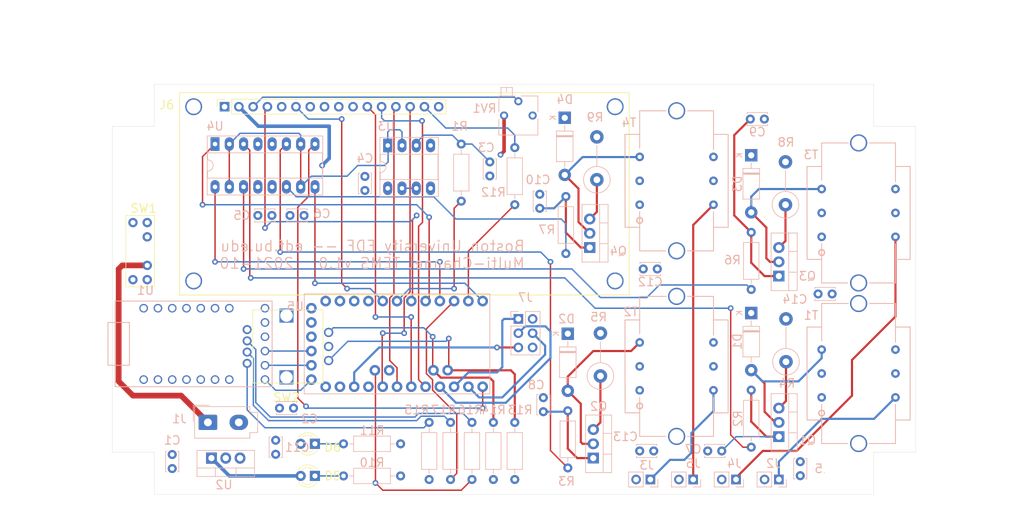
<source format=kicad_pcb>
(kicad_pcb (version 20171130) (host pcbnew 5.1.12-84ad8e8a86~92~ubuntu20.04.1)
  (layers (0 F.Cu signal hide) (1 In1.Cu signal hide) (2 In2.Cu signal hide) (31 B.Cu signal) (34 B.Paste user) (35 F.Paste user) (36 B.SilkS user) (37 F.SilkS user) (38 B.Mask user) (39 F.Mask user) (44 Edge.Cuts user))
  (net 0 "")
  (net 1 +12V)
  (net 2 GND)
  (net 3 +3V3)
  (net 4 "Net-(C3-Pad1)")
  (net 5 "Net-(C7-Pad1)")
  (net 6 "Net-(C8-Pad1)")
  (net 7 "Net-(C9-Pad1)")
  (net 8 "Net-(C10-Pad1)")
  (net 9 "Net-(D1-Pad2)")
  (net 10 "Net-(D2-Pad2)")
  (net 11 "Net-(D3-Pad2)")
  (net 12 "Net-(D4-Pad2)")
  (net 13 "Net-(D5-Pad1)")
  (net 14 "Net-(D6-Pad1)")
  (net 15 "Net-(J1-Pad1)")
  (net 16 "Net-(J2-Pad1)")
  (net 17 "Net-(J3-Pad1)")
  (net 18 "Net-(J4-Pad1)")
  (net 19 "Net-(J5-Pad1)")
  (net 20 "Net-(J6-Pad3)")
  (net 21 /LCD_RS)
  (net 22 /LCD_E)
  (net 23 "Net-(J6-Pad7)")
  (net 24 "Net-(J6-Pad8)")
  (net 25 "Net-(J6-Pad9)")
  (net 26 "Net-(J6-Pad10)")
  (net 27 /LCD_D4)
  (net 28 /LCD_D5)
  (net 29 /LCD_D6)
  (net 30 /LCD_D7)
  (net 31 "Net-(J6-Pad15)")
  (net 32 "Net-(Q1-Pad3)")
  (net 33 "Net-(Q2-Pad3)")
  (net 34 "Net-(Q3-Pad3)")
  (net 35 "Net-(Q4-Pad3)")
  (net 36 "Net-(R1-Pad2)")
  (net 37 "Net-(R2-Pad2)")
  (net 38 "Net-(R3-Pad2)")
  (net 39 "Net-(R6-Pad2)")
  (net 40 "Net-(R7-Pad2)")
  (net 41 /LCD_LIGHT)
  (net 42 /KNOB_A)
  (net 43 /KNOB_B)
  (net 44 "Net-(R15-Pad2)")
  (net 45 "Net-(R16-Pad2)")
  (net 46 /KNOB_R)
  (net 47 /KNOB_G)
  (net 48 "Net-(R17-Pad2)")
  (net 49 "Net-(U3-Pad1)")
  (net 50 "Net-(U3-Pad6)")
  (net 51 "Net-(U4-Pad1)")
  (net 52 "Net-(U4-Pad9)")
  (net 53 /DRV4)
  (net 54 "Net-(U4-Pad16)")
  (net 55 "Net-(U5-PadJP7_12)")
  (net 56 "Net-(U5-PadJP7_11)")
  (net 57 "Net-(U5-PadJP7_10)")
  (net 58 "Net-(U5-PadJP6_4)")
  (net 59 "Net-(U5-PadJP6_1)")
  (net 60 /KNOB_SW)
  (net 61 "Net-(U1-PadC3)")
  (net 62 /RXI)
  (net 63 /TXO)
  (net 64 /DTR)
  (net 65 "Net-(U1-PadA1)")
  (net 66 "Net-(U1-PadA2)")
  (net 67 "Net-(U1-PadA3)")
  (net 68 "Net-(U1-PadA4)")
  (net 69 "Net-(U1-PadA5)")
  (net 70 "Net-(U1-PadA6)")
  (net 71 "Net-(U1-PadB1)")
  (net 72 "Net-(U1-PadB2)")
  (net 73 "Net-(U1-PadB3)")
  (net 74 "Net-(U1-PadB4)")
  (net 75 "Net-(U1-PadB5)")
  (net 76 "Net-(U1-PadB6)")
  (net 77 "Net-(U1-PadB7)")
  (net 78 "Net-(J7-Pad1)")
  (net 79 "Net-(J7-Pad3)")
  (net 80 "Net-(J7-Pad4)")
  (net 81 "Net-(J7-Pad5)")
  (module arduino-shield:42TL-transformer-v2 (layer B.Cu) (at 158.75 85.725)
    (fp_text reference T1 (at -1.905 -14.605) (layer B.SilkS) (effects (font (size 1.524 1.524) (thickness 0.2032)) (justify mirror)))
    (fp_text value Transformer_1P_1S)
    (pad 1 thru_hole circle (at 0 0) (size 1.524 1.524) (drill 0.762) (layers *.Cu *.Mask) (net 1 +12V))
    (pad 2 thru_hole circle (at 0 -4.2545) (size 1.524 1.524) (drill 0.762) (layers *.Cu *.Mask))
    (pad 3 thru_hole circle (at 0 -8.509) (size 1.524 1.524) (drill 0.762) (layers *.Cu *.Mask) (net 9 "Net-(D1-Pad2)"))
    (pad 4 thru_hole circle (at 13.1318 -8.509) (size 1.524 1.524) (drill 0.762) (layers *.Cu *.Mask) (net 2 GND))
    (pad 5 thru_hole circle (at 13.1318 -4.2545) (size 1.524 1.524) (drill 0.762) (layers *.Cu *.Mask))
    (pad 6 thru_hole circle (at 13.1318 0) (size 1.524 1.524) (drill 0.762) (layers *.Cu *.Mask) (net 16 "Net-(J2-Pad1)"))
    (pad 7 thru_hole circle (at 6.5786 8.2042) (size 3.048 3.048) (drill 2.54) (layers *.Cu *.Mask) (net 2 GND))
    (pad 8 thru_hole circle (at 6.5786 -16.7132) (size 3.048 3.048) (drill 2.54) (layers *.Cu *.Mask) (net 2 GND))
  )
  (module arduino-shield:42TL-transformer-v2 (layer B.Cu) (at 126.365 84.455)
    (fp_text reference T2 (at -1.5875 -13.97) (layer B.SilkS) (effects (font (size 1.524 1.524) (thickness 0.2032)) (justify mirror)))
    (fp_text value Transformer_1P_1S)
    (pad 1 thru_hole circle (at 0 0) (size 1.524 1.524) (drill 0.762) (layers *.Cu *.Mask) (net 1 +12V))
    (pad 2 thru_hole circle (at 0 -4.2545) (size 1.524 1.524) (drill 0.762) (layers *.Cu *.Mask))
    (pad 3 thru_hole circle (at 0 -8.509) (size 1.524 1.524) (drill 0.762) (layers *.Cu *.Mask) (net 10 "Net-(D2-Pad2)"))
    (pad 4 thru_hole circle (at 13.1318 -8.509) (size 1.524 1.524) (drill 0.762) (layers *.Cu *.Mask) (net 2 GND))
    (pad 5 thru_hole circle (at 13.1318 -4.2545) (size 1.524 1.524) (drill 0.762) (layers *.Cu *.Mask))
    (pad 6 thru_hole circle (at 13.1318 0) (size 1.524 1.524) (drill 0.762) (layers *.Cu *.Mask) (net 17 "Net-(J3-Pad1)"))
    (pad 7 thru_hole circle (at 6.5786 8.2042) (size 3.048 3.048) (drill 2.54) (layers *.Cu *.Mask) (net 2 GND))
    (pad 8 thru_hole circle (at 6.5786 -16.7132) (size 3.048 3.048) (drill 2.54) (layers *.Cu *.Mask) (net 2 GND))
  )
  (module arduino-shield:42TL-transformer-v2 (layer B.Cu) (at 158.75 57.15)
    (fp_text reference T3 (at -1.905 -14.605) (layer B.SilkS) (effects (font (size 1.524 1.524) (thickness 0.2032)) (justify mirror)))
    (fp_text value Transformer_1P_1S)
    (pad 1 thru_hole circle (at 0 0) (size 1.524 1.524) (drill 0.762) (layers *.Cu *.Mask) (net 1 +12V))
    (pad 2 thru_hole circle (at 0 -4.2545) (size 1.524 1.524) (drill 0.762) (layers *.Cu *.Mask))
    (pad 3 thru_hole circle (at 0 -8.509) (size 1.524 1.524) (drill 0.762) (layers *.Cu *.Mask) (net 11 "Net-(D3-Pad2)"))
    (pad 4 thru_hole circle (at 13.1318 -8.509) (size 1.524 1.524) (drill 0.762) (layers *.Cu *.Mask) (net 2 GND))
    (pad 5 thru_hole circle (at 13.1318 -4.2545) (size 1.524 1.524) (drill 0.762) (layers *.Cu *.Mask))
    (pad 6 thru_hole circle (at 13.1318 0) (size 1.524 1.524) (drill 0.762) (layers *.Cu *.Mask) (net 18 "Net-(J4-Pad1)"))
    (pad 7 thru_hole circle (at 6.5786 8.2042) (size 3.048 3.048) (drill 2.54) (layers *.Cu *.Mask) (net 2 GND))
    (pad 8 thru_hole circle (at 6.5786 -16.7132) (size 3.048 3.048) (drill 2.54) (layers *.Cu *.Mask) (net 2 GND))
  )
  (module arduino-shield:42TL-transformer-v2 (layer B.Cu) (at 126.365 51.435)
    (fp_text reference T4 (at -1.905 -14.605) (layer B.SilkS) (effects (font (size 1.524 1.524) (thickness 0.2032)) (justify mirror)))
    (fp_text value Transformer_1P_1S)
    (pad 1 thru_hole circle (at 0 0) (size 1.524 1.524) (drill 0.762) (layers *.Cu *.Mask) (net 1 +12V))
    (pad 2 thru_hole circle (at 0 -4.2545) (size 1.524 1.524) (drill 0.762) (layers *.Cu *.Mask))
    (pad 3 thru_hole circle (at 0 -8.509) (size 1.524 1.524) (drill 0.762) (layers *.Cu *.Mask) (net 12 "Net-(D4-Pad2)"))
    (pad 4 thru_hole circle (at 13.1318 -8.509) (size 1.524 1.524) (drill 0.762) (layers *.Cu *.Mask) (net 2 GND))
    (pad 5 thru_hole circle (at 13.1318 -4.2545) (size 1.524 1.524) (drill 0.762) (layers *.Cu *.Mask))
    (pad 6 thru_hole circle (at 13.1318 0) (size 1.524 1.524) (drill 0.762) (layers *.Cu *.Mask) (net 19 "Net-(J5-Pad1)"))
    (pad 7 thru_hole circle (at 6.5786 8.2042) (size 3.048 3.048) (drill 2.54) (layers *.Cu *.Mask) (net 2 GND))
    (pad 8 thru_hole circle (at 6.5786 -16.7132) (size 3.048 3.048) (drill 2.54) (layers *.Cu *.Mask) (net 2 GND))
  )
  (module arduino-shield:LCD_module_3D (layer F.Cu) (at 52.5 33.995 90)
    (fp_text reference J6 (at 0.34 -10.2725 180) (layer F.SilkS) (effects (font (size 1.524 1.524) (thickness 0.2032))))
    (fp_text value Conn_01x16)
    (pad 20 thru_hole circle (at 0 69.5 90) (size 3 3) (drill 2.5) (layers *.Cu *.Mask))
    (pad 19 thru_hole circle (at -31 69.5 90) (size 3 3) (drill 2.5) (layers *.Cu *.Mask))
    (pad 18 thru_hole circle (at -31 -5.5 90) (size 3 3) (drill 2.5) (layers *.Cu *.Mask))
    (pad 17 thru_hole circle (at 0 -5.5 90) (size 3 3) (drill 2.5) (layers *.Cu *.Mask))
    (pad 1 thru_hole rect (at 0 0 90) (size 1.7 1.7) (drill 1) (layers *.Cu *.Mask) (net 2 GND))
    (pad 2 thru_hole oval (at 0 2.54 90) (size 1.7 1.7) (drill 1) (layers *.Cu *.Mask) (net 3 +3V3))
    (pad 3 thru_hole oval (at 0 5.08 90) (size 1.7 1.7) (drill 1) (layers *.Cu *.Mask) (net 20 "Net-(J6-Pad3)"))
    (pad 4 thru_hole oval (at 0 7.62 90) (size 1.7 1.7) (drill 1) (layers *.Cu *.Mask) (net 21 /LCD_RS))
    (pad 5 thru_hole oval (at 0 10.16 90) (size 1.7 1.7) (drill 1) (layers *.Cu *.Mask) (net 2 GND))
    (pad 6 thru_hole oval (at 0 12.7 90) (size 1.7 1.7) (drill 1) (layers *.Cu *.Mask) (net 22 /LCD_E))
    (pad 7 thru_hole oval (at 0 15.24 90) (size 1.7 1.7) (drill 1) (layers *.Cu *.Mask) (net 23 "Net-(J6-Pad7)"))
    (pad 8 thru_hole oval (at 0 17.78 90) (size 1.7 1.7) (drill 1) (layers *.Cu *.Mask) (net 24 "Net-(J6-Pad8)"))
    (pad 9 thru_hole oval (at 0 20.32 90) (size 1.7 1.7) (drill 1) (layers *.Cu *.Mask) (net 25 "Net-(J6-Pad9)"))
    (pad 10 thru_hole oval (at 0 22.86 90) (size 1.7 1.7) (drill 1) (layers *.Cu *.Mask) (net 26 "Net-(J6-Pad10)"))
    (pad 11 thru_hole oval (at 0 25.4 90) (size 1.7 1.7) (drill 1) (layers *.Cu *.Mask) (net 27 /LCD_D4))
    (pad 12 thru_hole oval (at 0 27.94 90) (size 1.7 1.7) (drill 1) (layers *.Cu *.Mask) (net 28 /LCD_D5))
    (pad 13 thru_hole oval (at 0 30.48 90) (size 1.7 1.7) (drill 1) (layers *.Cu *.Mask) (net 29 /LCD_D6))
    (pad 14 thru_hole oval (at 0 33.02 90) (size 1.7 1.7) (drill 1) (layers *.Cu *.Mask) (net 30 /LCD_D7))
    (pad 15 thru_hole oval (at 0 35.56 90) (size 1.7 1.7) (drill 1) (layers *.Cu *.Mask) (net 31 "Net-(J6-Pad15)"))
    (pad 16 thru_hole oval (at 0 38.1 90) (size 1.7 1.7) (drill 1) (layers *.Cu *.Mask) (net 2 GND))
  )
  (module arduino-shield:SW-A11AB-3D (layer F.Cu) (at 38.735 62.23 180)
    (fp_text reference SW1 (at 0.635 10.16) (layer F.SilkS) (effects (font (size 1.524 1.524) (thickness 0.2032))))
    (fp_text value SW_SPST)
    (pad 6 thru_hole circle (at 2.54 7.62 180) (size 1.651 1.651) (drill 0.889) (layers *.Cu *.Mask))
    (pad 5 thru_hole circle (at 0 7.62 180) (size 1.651 1.651) (drill 0.889) (layers *.Cu *.Mask))
    (pad 4 thru_hole circle (at 2.54 -2.54 180) (size 1.651 1.651) (drill 0.889) (layers *.Cu *.Mask))
    (pad 3 thru_hole circle (at 0 -2.54 180) (size 1.651 1.651) (drill 0.889) (layers *.Cu *.Mask))
    (pad 2 thru_hole circle (at 0 5.08 180) (size 1.651 1.651) (drill 0.889) (layers *.Cu *.Mask) (net 1 +12V))
    (pad 1 thru_hole circle (at 0 0 180) (size 1.651 1.651) (drill 0.889) (layers *.Cu *.Mask) (net 15 "Net-(J1-Pad1)"))
  )
  (module arduino-shield:rotary-RG-3D (layer F.Cu) (at 56.515 73.66 90)
    (fp_text reference SW2 (at -12.065 6.985 180) (layer F.SilkS) (effects (font (size 1.524 1.524) (thickness 0.2032))))
    (fp_text value COM-15140)
    (pad Y thru_hole rect (at 2.5 7 90) (size 2.5 2.5) (drill 2.2) (layers *.Cu *.Mask))
    (pad X thru_hole rect (at -8.5 7 90) (size 2.5 2.5) (drill 2.2) (layers *.Cu *.Mask))
    (pad B thru_hole circle (at -0.5 14.5 90) (size 1.65 1.65) (drill 1.1) (layers *.Cu *.Mask) (net 43 /KNOB_B))
    (pad A thru_hole circle (at -5.5 14.5 90) (size 1.65 1.65) (drill 1.1) (layers *.Cu *.Mask) (net 42 /KNOB_A))
    (pad C thru_hole circle (at -3 14.5 90) (size 1.65 1.65) (drill 1.1) (layers *.Cu *.Mask) (net 2 GND))
    (pad 4 thru_hole circle (at -6 0 90) (size 1.6 1.6) (drill 1) (layers *.Cu *.Mask) (net 44 "Net-(R15-Pad2)"))
    (pad 3 thru_hole circle (at -4 0 90) (size 1.6 1.6) (drill 1) (layers *.Cu *.Mask) (net 48 "Net-(R17-Pad2)"))
    (pad 2 thru_hole circle (at -2 0 90) (size 1.6 1.6) (drill 1) (layers *.Cu *.Mask) (net 45 "Net-(R16-Pad2)"))
    (pad 1 thru_hole circle (at 0 0 90) (size 1.6 1.6) (drill 1) (layers *.Cu *.Mask) (net 2 GND))
  )
  (module arduino-shield:MODULE_ARDUINO_PRO_MINI_3D (layer B.Cu) (at 83.185 76.2 270)
    (fp_text reference U5 (at -6.6675 18.0975 180) (layer B.SilkS) (effects (font (size 1.524 1.524) (thickness 0.2032)) (justify mirror)))
    (fp_text value ARDUINO_PRO_MINI)
    (pad JP1_1 thru_hole circle (at 6.35 15.24 270) (size 1.8796 1.8796) (drill 1.016) (layers *.Cu *.Mask) (net 64 /DTR))
    (pad JP1_2 thru_hole circle (at 3.81 15.24 270) (size 1.8796 1.8796) (drill 1.016) (layers *.Cu *.Mask) (net 63 /TXO))
    (pad JP1_3 thru_hole circle (at 1.27 15.24 270) (size 1.8796 1.8796) (drill 1.016) (layers *.Cu *.Mask) (net 62 /RXI))
    (pad JP1_4 thru_hole circle (at -1.27 15.24 270) (size 1.8796 1.8796) (drill 1.016) (layers *.Cu *.Mask) (net 3 +3V3))
    (pad JP1_5 thru_hole circle (at -3.81 15.24 270) (size 1.8796 1.8796) (drill 1.016) (layers *.Cu *.Mask) (net 2 GND))
    (pad JP1_6 thru_hole circle (at -6.35 15.24 270) (size 1.8796 1.8796) (drill 1.016) (layers *.Cu *.Mask) (net 2 GND))
    (pad JP2_1 thru_hole circle (at 4.699 1.397 270) (size 1.8796 1.8796) (drill 1.016) (layers *.Cu *.Mask) (net 60 /KNOB_SW))
    (pad JP2_2 thru_hole circle (at 4.699 3.937 270) (size 1.8796 1.8796) (drill 1.016) (layers *.Cu *.Mask) (net 46 /KNOB_R))
    (pad JP3_2 thru_hole circle (at 4.699 -6.477 270) (size 1.8796 1.8796) (drill 1.016) (layers *.Cu *.Mask) (net 43 /KNOB_B))
    (pad JP3_1 thru_hole circle (at 4.699 -9.017 270) (size 1.8796 1.8796) (drill 1.016) (layers *.Cu *.Mask) (net 42 /KNOB_A))
    (pad JP6_1 thru_hole circle (at 7.62 12.7 270) (size 1.8796 1.8796) (drill 1.016) (layers *.Cu *.Mask) (net 59 "Net-(U5-PadJP6_1)"))
    (pad JP6_2 thru_hole circle (at 7.62 10.16 270) (size 1.8796 1.8796) (drill 1.016) (layers *.Cu *.Mask) (net 2 GND))
    (pad JP6_3 thru_hole circle (at 7.62 7.62 270) (size 1.8796 1.8796) (drill 1.016) (layers *.Cu *.Mask) (net 81 "Net-(J7-Pad5)"))
    (pad JP6_4 thru_hole circle (at 7.62 5.08 270) (size 1.8796 1.8796) (drill 1.016) (layers *.Cu *.Mask) (net 58 "Net-(U5-PadJP6_4)"))
    (pad JP6_5 thru_hole circle (at 7.62 2.54 270) (size 1.8796 1.8796) (drill 1.016) (layers *.Cu *.Mask) (net 30 /LCD_D7))
    (pad JP6_6 thru_hole circle (at 7.62 0 270) (size 1.8796 1.8796) (drill 1.016) (layers *.Cu *.Mask) (net 29 /LCD_D6))
    (pad JP6_7 thru_hole circle (at 7.62 -2.54 270) (size 1.8796 1.8796) (drill 1.016) (layers *.Cu *.Mask) (net 27 /LCD_D4))
    (pad JP6_8 thru_hole circle (at 7.62 -5.08 270) (size 1.8796 1.8796) (drill 1.016) (layers *.Cu *.Mask) (net 28 /LCD_D5))
    (pad JP6_9 thru_hole circle (at 7.62 -7.62 270) (size 1.8796 1.8796) (drill 1.016) (layers *.Cu *.Mask) (net 79 "Net-(J7-Pad3)"))
    (pad JP6_10 thru_hole circle (at 7.62 -10.16 270) (size 1.8796 1.8796) (drill 1.016) (layers *.Cu *.Mask) (net 78 "Net-(J7-Pad1)"))
    (pad JP6_11 thru_hole circle (at 7.62 -12.7 270) (size 1.8796 1.8796) (drill 1.016) (layers *.Cu *.Mask) (net 80 "Net-(J7-Pad4)"))
    (pad JP6_12 thru_hole circle (at 7.62 -15.24 270) (size 1.8796 1.8796) (drill 1.016) (layers *.Cu *.Mask) (net 53 /DRV4))
    (pad JP7_1 thru_hole circle (at -7.62 -15.24 270) (size 1.8796 1.8796) (drill 1.016) (layers *.Cu *.Mask) (net 52 "Net-(U4-Pad9)"))
    (pad JP7_2 thru_hole circle (at -7.62 -12.7 270) (size 1.8796 1.8796) (drill 1.016) (layers *.Cu *.Mask) (net 41 /LCD_LIGHT))
    (pad JP7_3 thru_hole circle (at -7.62 -10.16 270) (size 1.8796 1.8796) (drill 1.016) (layers *.Cu *.Mask) (net 47 /KNOB_G))
    (pad JP7_4 thru_hole circle (at -7.62 -7.62 270) (size 1.8796 1.8796) (drill 1.016) (layers *.Cu *.Mask) (net 54 "Net-(U4-Pad16)"))
    (pad JP7_5 thru_hole circle (at -7.62 -5.08 270) (size 1.8796 1.8796) (drill 1.016) (layers *.Cu *.Mask) (net 51 "Net-(U4-Pad1)"))
    (pad JP7_6 thru_hole circle (at -7.62 -2.54 270) (size 1.8796 1.8796) (drill 1.016) (layers *.Cu *.Mask) (net 21 /LCD_RS))
    (pad JP7_7 thru_hole circle (at -7.62 0 270) (size 1.8796 1.8796) (drill 1.016) (layers *.Cu *.Mask) (net 36 "Net-(R1-Pad2)"))
    (pad JP7_8 thru_hole circle (at -7.62 2.54 270) (size 1.8796 1.8796) (drill 1.016) (layers *.Cu *.Mask) (net 22 /LCD_E))
    (pad JP7_9 thru_hole circle (at -7.62 5.08 270) (size 1.8796 1.8796) (drill 1.016) (layers *.Cu *.Mask) (net 2 GND))
    (pad JP7_10 thru_hole circle (at -7.62 7.62 270) (size 1.8796 1.8796) (drill 1.016) (layers *.Cu *.Mask) (net 57 "Net-(U5-PadJP7_10)"))
    (pad JP7_11 thru_hole circle (at -7.62 10.16 270) (size 1.8796 1.8796) (drill 1.016) (layers *.Cu *.Mask) (net 56 "Net-(U5-PadJP7_11)"))
    (pad JP7_12 thru_hole circle (at -7.62 12.7 270) (size 1.8796 1.8796) (drill 1.016) (layers *.Cu *.Mask) (net 55 "Net-(U5-PadJP7_12)"))
  )
  (module Resistor_THT:R_Axial_DIN0414_L11.9mm_D4.5mm_P7.62mm_Vertical (layer B.Cu) (at 152.4 79.375 90)
    (fp_text reference R4 (at -3.8415 0.163) (layer B.SilkS) (effects (font (size 1.524 1.524) (thickness 0.2032)) (justify mirror)))
    (fp_text value "8R2 2W")
    (pad 2 thru_hole oval (at 7.62 0 90) (size 2.4 2.4) (drill 1.2) (layers *.Cu *.Mask) (net 2 GND))
    (pad 1 thru_hole circle (at 0 0 90) (size 2.4 2.4) (drill 1.2) (layers *.Cu *.Mask) (net 32 "Net-(Q1-Pad3)"))
  )
  (module Resistor_THT:R_Axial_DIN0414_L11.9mm_D4.5mm_P7.62mm_Vertical (layer B.Cu) (at 119.38 81.915 90)
    (fp_text reference R5 (at 10.4775 -0.3175) (layer B.SilkS) (effects (font (size 1.524 1.524) (thickness 0.2032)) (justify mirror)))
    (fp_text value "8R2 2W")
    (pad 2 thru_hole oval (at 7.62 0 90) (size 2.4 2.4) (drill 1.2) (layers *.Cu *.Mask) (net 2 GND))
    (pad 1 thru_hole circle (at 0 0 90) (size 2.4 2.4) (drill 1.2) (layers *.Cu *.Mask) (net 33 "Net-(Q2-Pad3)"))
  )
  (module Resistor_THT:R_Axial_DIN0414_L11.9mm_D4.5mm_P7.62mm_Vertical (layer B.Cu) (at 152.309 51.435 90)
    (fp_text reference R8 (at 11.1125 0.091) (layer B.SilkS) (effects (font (size 1.524 1.524) (thickness 0.2032)) (justify mirror)))
    (fp_text value "8R2 2W")
    (pad 2 thru_hole oval (at 7.62 0 90) (size 2.4 2.4) (drill 1.2) (layers *.Cu *.Mask) (net 2 GND))
    (pad 1 thru_hole circle (at 0 0 90) (size 2.4 2.4) (drill 1.2) (layers *.Cu *.Mask) (net 34 "Net-(Q3-Pad3)"))
  )
  (module Resistor_THT:R_Axial_DIN0414_L11.9mm_D4.5mm_P7.62mm_Vertical (layer B.Cu) (at 118.745 46.99 90)
    (fp_text reference R9 (at 11.1125 -0.3175) (layer B.SilkS) (effects (font (size 1.524 1.524) (thickness 0.2032)) (justify mirror)))
    (fp_text value "8R2 2W")
    (pad 2 thru_hole oval (at 7.62 0 90) (size 2.4 2.4) (drill 1.2) (layers *.Cu *.Mask) (net 2 GND))
    (pad 1 thru_hole circle (at 0 0 90) (size 2.4 2.4) (drill 1.2) (layers *.Cu *.Mask) (net 35 "Net-(Q4-Pad3)"))
  )
  (module Capacitor_THT:C_Disc_D3.4mm_W2.1mm_P2.50mm (layer B.Cu) (at 43.18 95.885 270)
    (fp_text reference C1 (at -2.54 0) (layer B.SilkS) (effects (font (size 1.524 1.524) (thickness 0.2032)) (justify mirror)))
    (fp_text value 0.1uF)
    (pad 1 thru_hole circle (at 0 0 270) (size 1.6 1.6) (drill 0.8) (layers *.Cu *.Mask) (net 1 +12V))
    (pad 2 thru_hole circle (at 2.5 0 270) (size 1.6 1.6) (drill 0.8) (layers *.Cu *.Mask) (net 2 GND))
  )
  (module Capacitor_THT:C_Disc_D3.4mm_W2.1mm_P2.50mm (layer B.Cu) (at 64.77 87.63 180)
    (fp_text reference C2 (at -2.8575 -1.905 180) (layer B.SilkS) (effects (font (size 1.524 1.524) (thickness 0.2032)) (justify mirror)))
    (fp_text value 0.1uF)
    (pad 1 thru_hole circle (at 0 0 180) (size 1.6 1.6) (drill 0.8) (layers *.Cu *.Mask) (net 3 +3V3))
    (pad 2 thru_hole circle (at 2.5 0 180) (size 1.6 1.6) (drill 0.8) (layers *.Cu *.Mask) (net 2 GND))
  )
  (module Capacitor_THT:C_Disc_D3.4mm_W2.1mm_P2.50mm (layer B.Cu) (at 99.695 43.815 270)
    (fp_text reference C3 (at -2.54 0.635 180) (layer B.SilkS) (effects (font (size 1.524 1.524) (thickness 0.2032)) (justify mirror)))
    (fp_text value 1uF)
    (pad 2 thru_hole circle (at 2.5 0 270) (size 1.6 1.6) (drill 0.8) (layers *.Cu *.Mask) (net 2 GND))
    (pad 1 thru_hole circle (at 0 0 270) (size 1.6 1.6) (drill 0.8) (layers *.Cu *.Mask) (net 4 "Net-(C3-Pad1)"))
  )
  (module Capacitor_THT:C_Disc_D3.4mm_W2.1mm_P2.50mm (layer B.Cu) (at 77.47 48.895 90)
    (fp_text reference C4 (at 5.715 0) (layer B.SilkS) (effects (font (size 1.524 1.524) (thickness 0.2032)) (justify mirror)))
    (fp_text value 0.1uF)
    (pad 1 thru_hole circle (at 0 0 90) (size 1.6 1.6) (drill 0.8) (layers *.Cu *.Mask) (net 1 +12V))
    (pad 2 thru_hole circle (at 2.5 0 90) (size 1.6 1.6) (drill 0.8) (layers *.Cu *.Mask) (net 2 GND))
  )
  (module Capacitor_THT:C_Disc_D3.4mm_W2.1mm_P2.50mm (layer B.Cu) (at 58.42 53.34)
    (fp_text reference C5 (at -2.8575 0) (layer B.SilkS) (effects (font (size 1.524 1.524) (thickness 0.2032)) (justify mirror)))
    (fp_text value 0.1uF)
    (pad 2 thru_hole circle (at 2.5 0) (size 1.6 1.6) (drill 0.8) (layers *.Cu *.Mask) (net 2 GND))
    (pad 1 thru_hole circle (at 0 0) (size 1.6 1.6) (drill 0.8) (layers *.Cu *.Mask) (net 1 +12V))
  )
  (module Capacitor_THT:C_Disc_D3.4mm_W2.1mm_P2.50mm (layer B.Cu) (at 64.135 53.34)
    (fp_text reference C6 (at 5.715 -0.3175) (layer B.SilkS) (effects (font (size 1.524 1.524) (thickness 0.2032)) (justify mirror)))
    (fp_text value 0.1uF)
    (pad 1 thru_hole circle (at 0 0) (size 1.6 1.6) (drill 0.8) (layers *.Cu *.Mask) (net 3 +3V3))
    (pad 2 thru_hole circle (at 2.5 0) (size 1.6 1.6) (drill 0.8) (layers *.Cu *.Mask) (net 2 GND))
  )
  (module Capacitor_THT:C_Disc_D3.4mm_W2.1mm_P2.50mm (layer B.Cu) (at 140.97 95.25 180)
    (fp_text reference C7 (at 5.08 0.3175 180) (layer B.SilkS) (effects (font (size 1.524 1.524) (thickness 0.2032)) (justify mirror)))
    (fp_text value OMIT)
    (pad 2 thru_hole circle (at 2.5 0 180) (size 1.6 1.6) (drill 0.8) (layers *.Cu *.Mask) (net 2 GND))
    (pad 1 thru_hole circle (at 0 0 180) (size 1.6 1.6) (drill 0.8) (layers *.Cu *.Mask) (net 5 "Net-(C7-Pad1)"))
  )
  (module Capacitor_THT:C_Disc_D3.4mm_W2.1mm_P2.50mm (layer B.Cu) (at 109.22 88.265 90)
    (fp_text reference C8 (at 4.7625 -1.27) (layer B.SilkS) (effects (font (size 1.524 1.524) (thickness 0.2032)) (justify mirror)))
    (fp_text value OMIT)
    (pad 2 thru_hole circle (at 2.5 0 90) (size 1.6 1.6) (drill 0.8) (layers *.Cu *.Mask) (net 2 GND))
    (pad 1 thru_hole circle (at 0 0 90) (size 1.6 1.6) (drill 0.8) (layers *.Cu *.Mask) (net 6 "Net-(C8-Pad1)"))
  )
  (module Capacitor_THT:C_Disc_D3.4mm_W2.1mm_P2.50mm (layer B.Cu) (at 146.05 36.195)
    (fp_text reference C9 (at 1.25 2.3) (layer B.SilkS) (effects (font (size 1.524 1.524) (thickness 0.2032)) (justify mirror)))
    (fp_text value OMIT)
    (pad 1 thru_hole circle (at 0 0) (size 1.6 1.6) (drill 0.8) (layers *.Cu *.Mask) (net 7 "Net-(C9-Pad1)"))
    (pad 2 thru_hole circle (at 2.5 0) (size 1.6 1.6) (drill 0.8) (layers *.Cu *.Mask) (net 2 GND))
  )
  (module Capacitor_THT:C_Disc_D3.4mm_W2.1mm_P2.50mm (layer B.Cu) (at 108.585 52.07 90)
    (fp_text reference C10 (at 5.08 -0.3175) (layer B.SilkS) (effects (font (size 1.524 1.524) (thickness 0.2032)) (justify mirror)))
    (fp_text value OMIT)
    (pad 1 thru_hole circle (at 0 0 90) (size 1.6 1.6) (drill 0.8) (layers *.Cu *.Mask) (net 8 "Net-(C10-Pad1)"))
    (pad 2 thru_hole circle (at 2.5 0 90) (size 1.6 1.6) (drill 0.8) (layers *.Cu *.Mask) (net 2 GND))
  )
  (module Capacitor_THT:C_Disc_D3.4mm_W2.1mm_P2.50mm (layer B.Cu) (at 61.595 93.345 270)
    (fp_text reference C11 (at 1.27 -3.81) (layer B.SilkS) (effects (font (size 1.524 1.524) (thickness 0.2032)) (justify mirror)))
    (fp_text value 0.1uF)
    (pad 2 thru_hole circle (at 2.5 0 270) (size 1.6 1.6) (drill 0.8) (layers *.Cu *.Mask) (net 2 GND))
    (pad 1 thru_hole circle (at 0 0 270) (size 1.6 1.6) (drill 0.8) (layers *.Cu *.Mask) (net 3 +3V3))
  )
  (module Diode_THT:D_DO-41_SOD81_P10.16mm_Horizontal (layer B.Cu) (at 146.213 70.707 270)
    (fp_text reference D1 (at 5.08 2.47 270) (layer B.SilkS) (effects (font (size 1.524 1.524) (thickness 0.2032)) (justify mirror)))
    (fp_text value 1N4005)
    (fp_text user K (at 0 2.1 270) (layer B.SilkS) (effects (justify mirror)))
    (pad 2 thru_hole oval (at 10.16 0 270) (size 2.2 2.2) (drill 1.1) (layers *.Cu *.Mask) (net 9 "Net-(D1-Pad2)"))
    (pad 1 thru_hole rect (at 0 0 270) (size 2.2 2.2) (drill 1.1) (layers *.Cu *.Mask) (net 1 +12V))
  )
  (module Diode_THT:D_DO-41_SOD81_P10.16mm_Horizontal (layer B.Cu) (at 113.574 74.39 270)
    (fp_text reference D2 (at -2.635 0.2265) (layer B.SilkS) (effects (font (size 1.524 1.524) (thickness 0.2032)) (justify mirror)))
    (fp_text value 1N4005)
    (fp_text user K (at 0 2.1 270) (layer B.SilkS) (effects (justify mirror)))
    (pad 1 thru_hole rect (at 0 0 270) (size 2.2 2.2) (drill 1.1) (layers *.Cu *.Mask) (net 1 +12V))
    (pad 2 thru_hole oval (at 10.16 0 270) (size 2.2 2.2) (drill 1.1) (layers *.Cu *.Mask) (net 10 "Net-(D2-Pad2)"))
  )
  (module Diode_THT:D_DO-41_SOD81_P10.16mm_Horizontal (layer B.Cu) (at 146.213 42.64 270)
    (fp_text reference D3 (at 5.08 2.47 270) (layer B.SilkS) (effects (font (size 1.524 1.524) (thickness 0.2032)) (justify mirror)))
    (fp_text value 1N4005)
    (fp_text user K (at 0 2.1 270) (layer B.SilkS) (effects (justify mirror)))
    (pad 2 thru_hole oval (at 10.16 0 270) (size 2.2 2.2) (drill 1.1) (layers *.Cu *.Mask) (net 11 "Net-(D3-Pad2)"))
    (pad 1 thru_hole rect (at 0 0 270) (size 2.2 2.2) (drill 1.1) (layers *.Cu *.Mask) (net 1 +12V))
  )
  (module Diode_THT:D_DO-41_SOD81_P10.16mm_Horizontal (layer B.Cu) (at 113.03 35.97 270)
    (fp_text reference D4 (at -3.2675 0) (layer B.SilkS) (effects (font (size 1.524 1.524) (thickness 0.2032)) (justify mirror)))
    (fp_text value 1N4005)
    (fp_text user K (at 0 2.1 270) (layer B.SilkS) (effects (justify mirror)))
    (pad 1 thru_hole rect (at 0 0 270) (size 2.2 2.2) (drill 1.1) (layers *.Cu *.Mask) (net 1 +12V))
    (pad 2 thru_hole oval (at 10.16 0 270) (size 2.2 2.2) (drill 1.1) (layers *.Cu *.Mask) (net 12 "Net-(D4-Pad2)"))
  )
  (module LED_THT:LED_D3.0mm (layer F.Cu) (at 68.58 99.695 180)
    (fp_text reference D5 (at -3.175 0) (layer F.SilkS) (effects (font (size 1.524 1.524) (thickness 0.2032))))
    (fp_text value LED)
    (pad 1 thru_hole rect (at 0 0 180) (size 1.8 1.8) (drill 0.9) (layers *.Cu *.Mask) (net 13 "Net-(D5-Pad1)"))
    (pad 2 thru_hole circle (at 2.54 0 180) (size 1.8 1.8) (drill 0.9) (layers *.Cu *.Mask) (net 1 +12V))
  )
  (module LED_THT:LED_D3.0mm (layer F.Cu) (at 68.58 93.98 180)
    (fp_text reference D6 (at -3.175 -0.635) (layer F.SilkS) (effects (font (size 1.524 1.524) (thickness 0.2032))))
    (fp_text value LED)
    (pad 2 thru_hole circle (at 2.54 0 180) (size 1.8 1.8) (drill 0.9) (layers *.Cu *.Mask) (net 3 +3V3))
    (pad 1 thru_hole rect (at 0 0 180) (size 1.8 1.8) (drill 0.9) (layers *.Cu *.Mask) (net 14 "Net-(D6-Pad1)"))
  )
  (module Connector_Molex:Molex_Mini-Fit_Jr_5566-02A_2x01_P4.20mm_Vertical (layer B.Cu) (at 49.53 90.17 270)
    (fp_text reference J1 (at -0.635 5.08 180) (layer B.SilkS) (effects (font (size 1.524 1.524) (thickness 0.2032)) (justify mirror)))
    (fp_text value Conn_01x02)
    (pad 1 thru_hole roundrect (at 0 0 270) (size 2.7 3.3) (drill 1.4) (layers *.Cu *.Mask) (roundrect_rratio 0.09259296296296296) (net 15 "Net-(J1-Pad1)"))
    (pad 2 thru_hole oval (at 0 -5.5 270) (size 2.7 3.3) (drill 1.4) (layers *.Cu *.Mask) (net 2 GND))
  )
  (module Connector_PinHeader_2.54mm:PinHeader_1x02_P2.54mm_Vertical (layer B.Cu) (at 151.13 100.33 90)
    (fp_text reference J2 (at 2.8575 -0.9525) (layer B.SilkS) (effects (font (size 1.524 1.524) (thickness 0.2032)) (justify mirror)))
    (fp_text value CONN)
    (pad 1 thru_hole rect (at 0 0 90) (size 1.7 1.7) (drill 1) (layers *.Cu *.Mask) (net 16 "Net-(J2-Pad1)"))
    (pad 2 thru_hole oval (at 0 -2.54 90) (size 1.7 1.7) (drill 1) (layers *.Cu *.Mask) (net 2 GND))
  )
  (module Connector_PinHeader_2.54mm:PinHeader_1x02_P2.54mm_Vertical (layer B.Cu) (at 128.27 100.33 90)
    (fp_text reference J3 (at 2.54 -0.635) (layer B.SilkS) (effects (font (size 1.524 1.524) (thickness 0.2032)) (justify mirror)))
    (fp_text value CONN)
    (pad 1 thru_hole rect (at 0 0 90) (size 1.7 1.7) (drill 1) (layers *.Cu *.Mask) (net 17 "Net-(J3-Pad1)"))
    (pad 2 thru_hole oval (at 0 -2.54 90) (size 1.7 1.7) (drill 1) (layers *.Cu *.Mask) (net 2 GND))
  )
  (module Connector_PinHeader_2.54mm:PinHeader_1x02_P2.54mm_Vertical (layer B.Cu) (at 143.51 100.33 90)
    (fp_text reference J4 (at 2.8575 -0.3175) (layer B.SilkS) (effects (font (size 1.524 1.524) (thickness 0.2032)) (justify mirror)))
    (fp_text value CONN)
    (pad 2 thru_hole oval (at 0 -2.54 90) (size 1.7 1.7) (drill 1) (layers *.Cu *.Mask) (net 2 GND))
    (pad 1 thru_hole rect (at 0 0 90) (size 1.7 1.7) (drill 1) (layers *.Cu *.Mask) (net 18 "Net-(J4-Pad1)"))
  )
  (module Connector_PinHeader_2.54mm:PinHeader_1x02_P2.54mm_Vertical (layer B.Cu) (at 135.89 100.33 90)
    (fp_text reference J5 (at 2.8575 0) (layer B.SilkS) (effects (font (size 1.524 1.524) (thickness 0.2032)) (justify mirror)))
    (fp_text value CONN)
    (pad 2 thru_hole oval (at 0 -2.54 90) (size 1.7 1.7) (drill 1) (layers *.Cu *.Mask) (net 2 GND))
    (pad 1 thru_hole rect (at 0 0 90) (size 1.7 1.7) (drill 1) (layers *.Cu *.Mask) (net 19 "Net-(J5-Pad1)"))
  )
  (module Package_TO_SOT_THT:TO-220-3_Vertical (layer B.Cu) (at 151.13 92.71 90)
    (fp_text reference Q1 (at -0.635 5.08) (layer B.SilkS) (effects (font (size 1.524 1.524) (thickness 0.2032)) (justify mirror)))
    (fp_text value FQP19N20C)
    (pad 3 thru_hole oval (at 5.08 0 90) (size 1.905 2) (drill 1.1) (layers *.Cu *.Mask) (net 32 "Net-(Q1-Pad3)"))
    (pad 2 thru_hole oval (at 2.54 0 90) (size 1.905 2) (drill 1.1) (layers *.Cu *.Mask) (net 9 "Net-(D1-Pad2)"))
    (pad 1 thru_hole rect (at 0 0 90) (size 1.905 2) (drill 1.1) (layers *.Cu *.Mask) (net 5 "Net-(C7-Pad1)"))
  )
  (module Package_TO_SOT_THT:TO-220-3_Vertical (layer B.Cu) (at 118.11 96.52 90)
    (fp_text reference Q2 (at 9.2075 0.9525) (layer B.SilkS) (effects (font (size 1.524 1.524) (thickness 0.2032)) (justify mirror)))
    (fp_text value FQP19N20C)
    (pad 1 thru_hole rect (at 0 0 90) (size 1.905 2) (drill 1.1) (layers *.Cu *.Mask) (net 6 "Net-(C8-Pad1)"))
    (pad 2 thru_hole oval (at 2.54 0 90) (size 1.905 2) (drill 1.1) (layers *.Cu *.Mask) (net 10 "Net-(D2-Pad2)"))
    (pad 3 thru_hole oval (at 5.08 0 90) (size 1.905 2) (drill 1.1) (layers *.Cu *.Mask) (net 33 "Net-(Q2-Pad3)"))
  )
  (module Package_TO_SOT_THT:TO-220-3_Vertical (layer B.Cu) (at 151.13 64.135 90)
    (fp_text reference Q3 (at 0 5.08) (layer B.SilkS) (effects (font (size 1.524 1.524) (thickness 0.2032)) (justify mirror)))
    (fp_text value FQP19N20C)
    (pad 3 thru_hole oval (at 5.08 0 90) (size 1.905 2) (drill 1.1) (layers *.Cu *.Mask) (net 34 "Net-(Q3-Pad3)"))
    (pad 2 thru_hole oval (at 2.54 0 90) (size 1.905 2) (drill 1.1) (layers *.Cu *.Mask) (net 11 "Net-(D3-Pad2)"))
    (pad 1 thru_hole rect (at 0 0 90) (size 1.905 2) (drill 1.1) (layers *.Cu *.Mask) (net 7 "Net-(C9-Pad1)"))
  )
  (module Package_TO_SOT_THT:TO-220-3_Vertical (layer B.Cu) (at 117.475 59.055 90)
    (fp_text reference Q4 (at -0.635 5.08) (layer B.SilkS) (effects (font (size 1.524 1.524) (thickness 0.2032)) (justify mirror)))
    (fp_text value FQP19N20C)
    (pad 1 thru_hole rect (at 0 0 90) (size 1.905 2) (drill 1.1) (layers *.Cu *.Mask) (net 8 "Net-(C10-Pad1)"))
    (pad 2 thru_hole oval (at 2.54 0 90) (size 1.905 2) (drill 1.1) (layers *.Cu *.Mask) (net 12 "Net-(D4-Pad2)"))
    (pad 3 thru_hole oval (at 5.08 0 90) (size 1.905 2) (drill 1.1) (layers *.Cu *.Mask) (net 35 "Net-(Q4-Pad3)"))
  )
  (module Resistor_THT:R_Axial_DIN0207_L6.3mm_D2.5mm_P10.16mm_Horizontal (layer B.Cu) (at 94.615 40.64 270)
    (fp_text reference R1 (at -3.175 0.3175 180) (layer B.SilkS) (effects (font (size 1.524 1.524) (thickness 0.2032)) (justify mirror)))
    (fp_text value 100)
    (pad 1 thru_hole circle (at 0 0 270) (size 1.6 1.6) (drill 0.8) (layers *.Cu *.Mask) (net 4 "Net-(C3-Pad1)"))
    (pad 2 thru_hole oval (at 10.16 0 270) (size 1.6 1.6) (drill 0.8) (layers *.Cu *.Mask) (net 36 "Net-(R1-Pad2)"))
  )
  (module Resistor_THT:R_Axial_DIN0207_L6.3mm_D2.5mm_P10.16mm_Horizontal (layer B.Cu) (at 146.213 84.423 270)
    (fp_text reference R2 (at 5.08 2.37 270) (layer B.SilkS) (effects (font (size 1.524 1.524) (thickness 0.2032)) (justify mirror)))
    (fp_text value 100)
    (pad 1 thru_hole circle (at 0 0 270) (size 1.6 1.6) (drill 0.8) (layers *.Cu *.Mask) (net 5 "Net-(C7-Pad1)"))
    (pad 2 thru_hole oval (at 10.16 0 270) (size 1.6 1.6) (drill 0.8) (layers *.Cu *.Mask) (net 37 "Net-(R2-Pad2)"))
  )
  (module Resistor_THT:R_Axial_DIN0207_L6.3mm_D2.5mm_P10.16mm_Horizontal (layer B.Cu) (at 113.574 88.106 270)
    (fp_text reference R3 (at 12.5415 0.2265) (layer B.SilkS) (effects (font (size 1.524 1.524) (thickness 0.2032)) (justify mirror)))
    (fp_text value 100)
    (pad 2 thru_hole oval (at 10.16 0 270) (size 1.6 1.6) (drill 0.8) (layers *.Cu *.Mask) (net 38 "Net-(R3-Pad2)"))
    (pad 1 thru_hole circle (at 0 0 270) (size 1.6 1.6) (drill 0.8) (layers *.Cu *.Mask) (net 6 "Net-(C8-Pad1)"))
  )
  (module Resistor_THT:R_Axial_DIN0207_L6.3mm_D2.5mm_P10.16mm_Horizontal (layer B.Cu) (at 146.213 56.356 270)
    (fp_text reference R6 (at 4.9215 3.338) (layer B.SilkS) (effects (font (size 1.524 1.524) (thickness 0.2032)) (justify mirror)))
    (fp_text value 100)
    (pad 1 thru_hole circle (at 0 0 270) (size 1.6 1.6) (drill 0.8) (layers *.Cu *.Mask) (net 7 "Net-(C9-Pad1)"))
    (pad 2 thru_hole oval (at 10.16 0 270) (size 1.6 1.6) (drill 0.8) (layers *.Cu *.Mask) (net 39 "Net-(R6-Pad2)"))
  )
  (module Resistor_THT:R_Axial_DIN0207_L6.3mm_D2.5mm_P10.16mm_Horizontal (layer B.Cu) (at 113.23 49.97 270)
    (fp_text reference R7 (at 5.91 3.375) (layer B.SilkS) (effects (font (size 1.524 1.524) (thickness 0.2032)) (justify mirror)))
    (fp_text value 100)
    (pad 1 thru_hole circle (at 0 0 270) (size 1.6 1.6) (drill 0.8) (layers *.Cu *.Mask) (net 8 "Net-(C10-Pad1)"))
    (pad 2 thru_hole oval (at 10.16 0 270) (size 1.6 1.6) (drill 0.8) (layers *.Cu *.Mask) (net 40 "Net-(R7-Pad2)"))
  )
  (module Resistor_THT:R_Axial_DIN0207_L6.3mm_D2.5mm_P10.16mm_Horizontal (layer B.Cu) (at 83.82 99.695 180)
    (fp_text reference R10 (at 5.08 2.37) (layer B.SilkS) (effects (font (size 1.524 1.524) (thickness 0.2032)) (justify mirror)))
    (fp_text value 10k)
    (pad 2 thru_hole oval (at 10.16 0 180) (size 1.6 1.6) (drill 0.8) (layers *.Cu *.Mask) (net 13 "Net-(D5-Pad1)"))
    (pad 1 thru_hole circle (at 0 0 180) (size 1.6 1.6) (drill 0.8) (layers *.Cu *.Mask) (net 2 GND))
  )
  (module Resistor_THT:R_Axial_DIN0207_L6.3mm_D2.5mm_P10.16mm_Horizontal (layer B.Cu) (at 83.82 93.98 180)
    (fp_text reference R11 (at 5.08 2.37) (layer B.SilkS) (effects (font (size 1.524 1.524) (thickness 0.2032)) (justify mirror)))
    (fp_text value 2k)
    (pad 1 thru_hole circle (at 0 0 180) (size 1.6 1.6) (drill 0.8) (layers *.Cu *.Mask) (net 2 GND))
    (pad 2 thru_hole oval (at 10.16 0 180) (size 1.6 1.6) (drill 0.8) (layers *.Cu *.Mask) (net 14 "Net-(D6-Pad1)"))
  )
  (module Resistor_THT:R_Axial_DIN0207_L6.3mm_D2.5mm_P10.16mm_Horizontal (layer B.Cu) (at 104.14 41.275 270)
    (fp_text reference R12 (at 7.9375 3.81 180) (layer B.SilkS) (effects (font (size 1.524 1.524) (thickness 0.2032)) (justify mirror)))
    (fp_text value 1k)
    (pad 2 thru_hole oval (at 10.16 0 270) (size 1.6 1.6) (drill 0.8) (layers *.Cu *.Mask) (net 41 /LCD_LIGHT))
    (pad 1 thru_hole circle (at 0 0 270) (size 1.6 1.6) (drill 0.8) (layers *.Cu *.Mask) (net 31 "Net-(J6-Pad15)"))
  )
  (module Resistor_THT:R_Axial_DIN0207_L6.3mm_D2.5mm_P10.16mm_Horizontal (layer B.Cu) (at 104.14 100.33 90)
    (fp_text reference R13 (at 12.3825 0.9525) (layer B.SilkS) (effects (font (size 1.524 1.524) (thickness 0.2032)) (justify mirror)))
    (fp_text value 10k)
    (pad 2 thru_hole oval (at 10.16 0 90) (size 1.6 1.6) (drill 0.8) (layers *.Cu *.Mask) (net 42 /KNOB_A))
    (pad 1 thru_hole circle (at 0 0 90) (size 1.6 1.6) (drill 0.8) (layers *.Cu *.Mask) (net 3 +3V3))
  )
  (module Resistor_THT:R_Axial_DIN0207_L6.3mm_D2.5mm_P10.16mm_Horizontal (layer B.Cu) (at 100.33 100.33 90)
    (fp_text reference R14 (at 12.3825 0) (layer B.SilkS) (effects (font (size 1.524 1.524) (thickness 0.2032)) (justify mirror)))
    (fp_text value 10k)
    (pad 2 thru_hole oval (at 10.16 0 90) (size 1.6 1.6) (drill 0.8) (layers *.Cu *.Mask) (net 43 /KNOB_B))
    (pad 1 thru_hole circle (at 0 0 90) (size 1.6 1.6) (drill 0.8) (layers *.Cu *.Mask) (net 3 +3V3))
  )
  (module Resistor_THT:R_Axial_DIN0207_L6.3mm_D2.5mm_P10.16mm_Horizontal (layer B.Cu) (at 88.9 100.33 90)
    (fp_text reference R15 (at 12.3825 -2.2225) (layer B.SilkS) (effects (font (size 1.524 1.524) (thickness 0.2032)) (justify mirror)))
    (fp_text value 10k)
    (pad 1 thru_hole circle (at 0 0 90) (size 1.6 1.6) (drill 0.8) (layers *.Cu *.Mask) (net 3 +3V3))
    (pad 2 thru_hole oval (at 10.16 0 90) (size 1.6 1.6) (drill 0.8) (layers *.Cu *.Mask) (net 44 "Net-(R15-Pad2)"))
  )
  (module Resistor_THT:R_Axial_DIN0207_L6.3mm_D2.5mm_P10.16mm_Horizontal (layer B.Cu) (at 96.52 100.33 90)
    (fp_text reference R16 (at 12.3825 -0.3175) (layer B.SilkS) (effects (font (size 1.524 1.524) (thickness 0.2032)) (justify mirror)))
    (fp_text value 2k)
    (pad 2 thru_hole oval (at 10.16 0 90) (size 1.6 1.6) (drill 0.8) (layers *.Cu *.Mask) (net 45 "Net-(R16-Pad2)"))
    (pad 1 thru_hole circle (at 0 0 90) (size 1.6 1.6) (drill 0.8) (layers *.Cu *.Mask) (net 46 /KNOB_R))
  )
  (module Resistor_THT:R_Axial_DIN0207_L6.3mm_D2.5mm_P10.16mm_Horizontal (layer B.Cu) (at 92.71 100.33 90)
    (fp_text reference R17 (at 12.3825 -1.27) (layer B.SilkS) (effects (font (size 1.524 1.524) (thickness 0.2032)) (justify mirror)))
    (fp_text value 2k)
    (pad 1 thru_hole circle (at 0 0 90) (size 1.6 1.6) (drill 0.8) (layers *.Cu *.Mask) (net 47 /KNOB_G))
    (pad 2 thru_hole oval (at 10.16 0 90) (size 1.6 1.6) (drill 0.8) (layers *.Cu *.Mask) (net 48 "Net-(R17-Pad2)"))
  )
  (module Potentiometer_THT:Potentiometer_Bourns_3266P_Horizontal (layer B.Cu) (at 102.235 35.56 270)
    (fp_text reference RV1 (at -1.27 3.4925 180) (layer B.SilkS) (effects (font (size 1.524 1.524) (thickness 0.2032)) (justify mirror)))
    (fp_text value 5K)
    (pad 1 thru_hole circle (at 0 0 270) (size 1.44 1.44) (drill 0.8) (layers *.Cu *.Mask) (net 3 +3V3))
    (pad 2 thru_hole circle (at -2.54 -2.54 270) (size 1.44 1.44) (drill 0.8) (layers *.Cu *.Mask) (net 20 "Net-(J6-Pad3)"))
    (pad 3 thru_hole circle (at 0 -5.08 270) (size 1.44 1.44) (drill 0.8) (layers *.Cu *.Mask) (net 2 GND))
  )
  (module Package_TO_SOT_THT:TO-220-3_Vertical (layer B.Cu) (at 50.165 96.52)
    (fp_text reference U2 (at 2.2225 4.7625) (layer B.SilkS) (effects (font (size 1.524 1.524) (thickness 0.2032)) (justify mirror)))
    (fp_text value 12V_3.3V_DC)
    (pad 1 thru_hole rect (at 0 0) (size 1.905 2) (drill 1.1) (layers *.Cu *.Mask) (net 1 +12V))
    (pad 2 thru_hole oval (at 2.54 0) (size 1.905 2) (drill 1.1) (layers *.Cu *.Mask) (net 2 GND))
    (pad 3 thru_hole oval (at 5.08 0) (size 1.905 2) (drill 1.1) (layers *.Cu *.Mask) (net 3 +3V3))
  )
  (module Package_DIP:DIP-16_W7.62mm_Socket_LongPads (layer B.Cu) (at 50.8 40.64 270)
    (fp_text reference U4 (at -3.175 0) (layer B.SilkS) (effects (font (size 1.524 1.524) (thickness 0.2032)) (justify mirror)))
    (fp_text value MAX4678)
    (pad 1 thru_hole rect (at 0 0 270) (size 2.4 1.6) (drill 0.8) (layers *.Cu *.Mask) (net 51 "Net-(U4-Pad1)"))
    (pad 9 thru_hole oval (at 7.62 -17.78 270) (size 2.4 1.6) (drill 0.8) (layers *.Cu *.Mask) (net 52 "Net-(U4-Pad9)"))
    (pad 2 thru_hole oval (at 0 -2.54 270) (size 2.4 1.6) (drill 0.8) (layers *.Cu *.Mask) (net 49 "Net-(U3-Pad1)"))
    (pad 10 thru_hole oval (at 7.62 -15.24 270) (size 2.4 1.6) (drill 0.8) (layers *.Cu *.Mask) (net 49 "Net-(U3-Pad1)"))
    (pad 3 thru_hole oval (at 0 -5.08 270) (size 2.4 1.6) (drill 0.8) (layers *.Cu *.Mask) (net 37 "Net-(R2-Pad2)"))
    (pad 11 thru_hole oval (at 7.62 -12.7 270) (size 2.4 1.6) (drill 0.8) (layers *.Cu *.Mask) (net 40 "Net-(R7-Pad2)"))
    (pad 4 thru_hole oval (at 0 -7.62 270) (size 2.4 1.6) (drill 0.8) (layers *.Cu *.Mask) (net 2 GND))
    (pad 12 thru_hole oval (at 7.62 -10.16 270) (size 2.4 1.6) (drill 0.8) (layers *.Cu *.Mask) (net 3 +3V3))
    (pad 5 thru_hole oval (at 0 -10.16 270) (size 2.4 1.6) (drill 0.8) (layers *.Cu *.Mask) (net 2 GND))
    (pad 13 thru_hole oval (at 7.62 -7.62 270) (size 2.4 1.6) (drill 0.8) (layers *.Cu *.Mask) (net 1 +12V))
    (pad 6 thru_hole oval (at 0 -12.7 270) (size 2.4 1.6) (drill 0.8) (layers *.Cu *.Mask) (net 38 "Net-(R3-Pad2)"))
    (pad 14 thru_hole oval (at 7.62 -5.08 270) (size 2.4 1.6) (drill 0.8) (layers *.Cu *.Mask) (net 39 "Net-(R6-Pad2)"))
    (pad 7 thru_hole oval (at 0 -15.24 270) (size 2.4 1.6) (drill 0.8) (layers *.Cu *.Mask) (net 49 "Net-(U3-Pad1)"))
    (pad 15 thru_hole oval (at 7.62 -2.54 270) (size 2.4 1.6) (drill 0.8) (layers *.Cu *.Mask) (net 49 "Net-(U3-Pad1)"))
    (pad 8 thru_hole oval (at 0 -17.78 270) (size 2.4 1.6) (drill 0.8) (layers *.Cu *.Mask) (net 53 /DRV4))
    (pad 16 thru_hole oval (at 7.62 0 270) (size 2.4 1.6) (drill 0.8) (layers *.Cu *.Mask) (net 54 "Net-(U4-Pad16)"))
  )
  (module Package_DIP:DIP-8_W7.62mm_Socket_LongPads (layer B.Cu) (at 81.53 40.891 270)
    (fp_text reference U3 (at -3.426 0.25) (layer B.SilkS) (effects (font (size 1.524 1.524) (thickness 0.2032)) (justify mirror)))
    (fp_text value LM358)
    (pad 1 thru_hole rect (at 0 0 270) (size 2.4 1.6) (drill 0.8) (layers *.Cu *.Mask) (net 49 "Net-(U3-Pad1)"))
    (pad 5 thru_hole oval (at 7.62 -7.62 270) (size 2.4 1.6) (drill 0.8) (layers *.Cu *.Mask) (net 2 GND))
    (pad 2 thru_hole oval (at 0 -2.54 270) (size 2.4 1.6) (drill 0.8) (layers *.Cu *.Mask) (net 49 "Net-(U3-Pad1)"))
    (pad 6 thru_hole oval (at 7.62 -5.08 270) (size 2.4 1.6) (drill 0.8) (layers *.Cu *.Mask) (net 50 "Net-(U3-Pad6)"))
    (pad 3 thru_hole oval (at 0 -5.08 270) (size 2.4 1.6) (drill 0.8) (layers *.Cu *.Mask) (net 4 "Net-(C3-Pad1)"))
    (pad 7 thru_hole oval (at 7.62 -2.54 270) (size 2.4 1.6) (drill 0.8) (layers *.Cu *.Mask) (net 50 "Net-(U3-Pad6)"))
    (pad 4 thru_hole oval (at 0 -7.62 270) (size 2.4 1.6) (drill 0.8) (layers *.Cu *.Mask) (net 2 GND))
    (pad 8 thru_hole oval (at 7.62 0 270) (size 2.4 1.6) (drill 0.8) (layers *.Cu *.Mask) (net 1 +12V))
  )
  (module MountingHole:MountingHole_4.3mm_M4 (layer F.Cu) (at 161.29 34.925)
    (fp_text reference H1 hide)
    (fp_text value MountingHole)
    (pad 1 np_thru_hole circle (at 0 0) (size 4.3 4.3) (drill 4.3) (layers *.Cu *.Mask))
  )
  (module MountingHole:MountingHole_4.3mm_M4 (layer F.Cu) (at 161.29 98.425)
    (fp_text reference H2 hide)
    (fp_text value MountingHole)
    (pad 1 np_thru_hole circle (at 0 0) (size 4.3 4.3) (drill 4.3) (layers *.Cu *.Mask))
  )
  (module MountingHole:MountingHole_4.3mm_M4 (layer F.Cu) (at 37.465 43.18)
    (fp_text reference H3 hide)
    (fp_text value MountingHole)
    (pad 1 np_thru_hole circle (at 0 0) (size 4.3 4.3) (drill 4.3) (layers *.Cu *.Mask))
  )
  (module MountingHole:MountingHole_4.3mm_M4 (layer F.Cu) (at 37.465 90.17)
    (fp_text reference H4 hide)
    (fp_text value MountingHole)
    (pad 1 np_thru_hole circle (at 0 0) (size 4.3 4.3) (drill 4.3) (layers *.Cu *.Mask))
  )
  (module arduino-shield:FT231X_breakout (layer B.Cu) (at 59.69 69.85)
    (fp_text reference U1 (at -21.2725 -3.175) (layer B.SilkS) (effects (font (size 1.524 1.524) (thickness 0.2032)) (justify mirror)))
    (fp_text value FT231X_breakout)
    (pad C1 thru_hole circle (at 0 0) (size 1.524 1.524) (drill 1.0668) (layers *.Cu *.Mask) (net 2 GND))
    (pad C2 thru_hole circle (at 0 2.54) (size 1.524 1.524) (drill 1.0668) (layers *.Cu *.Mask) (net 2 GND))
    (pad C3 thru_hole circle (at 0 5.08) (size 1.524 1.524) (drill 1.0668) (layers *.Cu *.Mask) (net 61 "Net-(U1-PadC3)"))
    (pad C4 thru_hole circle (at 0 7.62) (size 1.524 1.524) (drill 1.0668) (layers *.Cu *.Mask) (net 62 /RXI))
    (pad C5 thru_hole circle (at 0 10.16) (size 1.524 1.524) (drill 1.0668) (layers *.Cu *.Mask) (net 63 /TXO))
    (pad C6 thru_hole circle (at 0 12.7) (size 1.524 1.524) (drill 1.0668) (layers *.Cu *.Mask) (net 64 /DTR))
    (pad A1 thru_hole circle (at -6.35 12.7) (size 1.524 1.524) (drill 1.0668) (layers *.Cu *.Mask) (net 65 "Net-(U1-PadA1)"))
    (pad A2 thru_hole circle (at -8.89 12.7) (size 1.524 1.524) (drill 1.0668) (layers *.Cu *.Mask) (net 66 "Net-(U1-PadA2)"))
    (pad A3 thru_hole circle (at -11.43 12.7) (size 1.524 1.524) (drill 1.0668) (layers *.Cu *.Mask) (net 67 "Net-(U1-PadA3)"))
    (pad A4 thru_hole circle (at -13.97 12.7) (size 1.524 1.524) (drill 1.0668) (layers *.Cu *.Mask) (net 68 "Net-(U1-PadA4)"))
    (pad A5 thru_hole circle (at -16.51 12.7) (size 1.524 1.524) (drill 1.0668) (layers *.Cu *.Mask) (net 69 "Net-(U1-PadA5)"))
    (pad A6 thru_hole circle (at -19.05 12.7) (size 1.524 1.524) (drill 1.0668) (layers *.Cu *.Mask) (net 70 "Net-(U1-PadA6)"))
    (pad A7 thru_hole circle (at -21.59 12.7) (size 1.524 1.524) (drill 1.0668) (layers *.Cu *.Mask) (net 2 GND))
    (pad B1 thru_hole circle (at -6.35 0) (size 1.524 1.524) (drill 1.0668) (layers *.Cu *.Mask) (net 71 "Net-(U1-PadB1)"))
    (pad B2 thru_hole circle (at -8.89 0) (size 1.524 1.524) (drill 1.0668) (layers *.Cu *.Mask) (net 72 "Net-(U1-PadB2)"))
    (pad B3 thru_hole circle (at -11.43 0) (size 1.524 1.524) (drill 1.0668) (layers *.Cu *.Mask) (net 73 "Net-(U1-PadB3)"))
    (pad B4 thru_hole circle (at -13.97 0) (size 1.524 1.524) (drill 1.0668) (layers *.Cu *.Mask) (net 74 "Net-(U1-PadB4)"))
    (pad B5 thru_hole circle (at -16.51 0) (size 1.524 1.524) (drill 1.0668) (layers *.Cu *.Mask) (net 75 "Net-(U1-PadB5)"))
    (pad B6 thru_hole circle (at -19.05 0) (size 1.524 1.524) (drill 1.0668) (layers *.Cu *.Mask) (net 76 "Net-(U1-PadB6)"))
    (pad B7 thru_hole circle (at -21.59 0) (size 1.524 1.524) (drill 1.0668) (layers *.Cu *.Mask) (net 77 "Net-(U1-PadB7)"))
  )
  (module Connector_PinSocket_2.54mm:PinSocket_2x03_P2.54mm_Vertical (layer B.Cu) (at 104.775 71.755 180)
    (fp_text reference J7 (at -1.27 3.81) (layer B.SilkS) (effects (font (size 1.524 1.524) (thickness 0.2032)) (justify mirror)))
    (fp_text value Conn_02x03_Odd_Even)
    (pad 1 thru_hole rect (at 0 0 180) (size 1.7 1.7) (drill 1) (layers *.Cu *.Mask) (net 78 "Net-(J7-Pad1)"))
    (pad 2 thru_hole oval (at -2.54 0 180) (size 1.7 1.7) (drill 1) (layers *.Cu *.Mask) (net 3 +3V3))
    (pad 3 thru_hole oval (at 0 -2.54 180) (size 1.7 1.7) (drill 1) (layers *.Cu *.Mask) (net 79 "Net-(J7-Pad3)"))
    (pad 4 thru_hole oval (at -2.54 -2.54 180) (size 1.7 1.7) (drill 1) (layers *.Cu *.Mask) (net 80 "Net-(J7-Pad4)"))
    (pad 5 thru_hole oval (at 0 -5.08 180) (size 1.7 1.7) (drill 1) (layers *.Cu *.Mask) (net 81 "Net-(J7-Pad5)"))
    (pad 6 thru_hole oval (at -2.54 -5.08 180) (size 1.7 1.7) (drill 1) (layers *.Cu *.Mask) (net 2 GND))
  )
  (module Capacitor_THT:C_Disc_D3.4mm_W2.1mm_P2.50mm (layer B.Cu) (at 127 62.865)
    (fp_text reference C12 (at 1.25 2.3) (layer B.SilkS) (effects (font (size 1.524 1.524) (thickness 0.2032)) (justify mirror)))
    (fp_text value 1uF)
    (pad 2 thru_hole circle (at 2.5 0) (size 1.6 1.6) (drill 0.8) (layers *.Cu *.Mask) (net 2 GND))
    (pad 1 thru_hole circle (at 0 0) (size 1.6 1.6) (drill 0.8) (layers *.Cu *.Mask) (net 1 +12V))
  )
  (module Capacitor_THT:C_Disc_D3.4mm_W2.1mm_P2.50mm (layer B.Cu) (at 126.365 95.25)
    (fp_text reference C13 (at -2.54 -2.54) (layer B.SilkS) (effects (font (size 1.524 1.524) (thickness 0.2032)) (justify mirror)))
    (fp_text value 1uF)
    (pad 1 thru_hole circle (at 0 0) (size 1.6 1.6) (drill 0.8) (layers *.Cu *.Mask) (net 1 +12V))
    (pad 2 thru_hole circle (at 2.5 0) (size 1.6 1.6) (drill 0.8) (layers *.Cu *.Mask) (net 2 GND))
  )
  (module Capacitor_THT:C_Disc_D3.4mm_W2.1mm_P2.50mm (layer B.Cu) (at 158.115 67.31)
    (fp_text reference C14 (at -4.1275 0.9525) (layer B.SilkS) (effects (font (size 1.524 1.524) (thickness 0.2032)) (justify mirror)))
    (fp_text value 1uF)
    (pad 1 thru_hole circle (at 0 0) (size 1.6 1.6) (drill 0.8) (layers *.Cu *.Mask) (net 1 +12V))
    (pad 2 thru_hole circle (at 2.5 0) (size 1.6 1.6) (drill 0.8) (layers *.Cu *.Mask) (net 2 GND))
  )
  (module Capacitor_THT:C_Disc_D3.4mm_W2.1mm_P2.50mm (layer B.Cu) (at 154.94 97.155 270)
    (fp_text reference C15 (at 1.25 -4.7625 180) (layer B.SilkS) (effects (font (size 1.524 1.524) (thickness 0.2032)) (justify mirror)))
    (fp_text value 1uF)
    (pad 2 thru_hole circle (at 2.5 0 270) (size 1.6 1.6) (drill 0.8) (layers *.Cu *.Mask) (net 2 GND))
    (pad 1 thru_hole circle (at 0 0 270) (size 1.6 1.6) (drill 0.8) (layers *.Cu *.Mask) (net 1 +12V))
  )
  (gr_text "Boston University EDF -- edf.bu.edu\nMulti-Channel TEMS v1.0   2021-10" (at 106.045 60.325) (layer B.SilkS) (effects (font (size 1.905 1.905) (thickness 0.2032)) (justify left mirror)))
  (gr_line (start 40 37.5) (end 40 30) (layer Edge.Cuts) (width 0.05))
  (gr_line (start 32.5 37.5) (end 40 37.5) (layer Edge.Cuts) (width 0.05))
  (gr_line (start 32.5 95.5) (end 32.5 37.5) (layer Edge.Cuts) (width 0.05))
  (gr_line (start 40 95.5) (end 32.5 95.5) (layer Edge.Cuts) (width 0.05))
  (gr_line (start 40 103) (end 40 95.5) (layer Edge.Cuts) (width 0.05))
  (gr_line (start 168 103) (end 40 103) (layer Edge.Cuts) (width 0.05))
  (gr_line (start 168 95.5) (end 168 103) (layer Edge.Cuts) (width 0.05))
  (gr_line (start 175.5 95.5) (end 168 95.5) (layer Edge.Cuts) (width 0.05))
  (gr_line (start 175.5 37.5) (end 175.5 95.5) (layer Edge.Cuts) (width 0.05))
  (gr_line (start 168 37.5) (end 175.5 37.5) (layer Edge.Cuts) (width 0.05))
  (gr_line (start 168 30) (end 168 37.5) (layer Edge.Cuts) (width 0.05))
  (gr_line (start 40 30) (end 168 30) (layer Edge.Cuts) (width 0.05))
  (segment (start 53.34 99.695) (end 66.04 99.695) (width 0.635) (layer B.Cu) (net 1))
  (segment (start 50.165 96.52) (end 53.34 99.695) (width 0.635) (layer B.Cu) (net 1))
  (segment (start 102.235 35.56) (end 102.235 41.91) (width 0.635) (layer F.Cu) (net 3))
  (segment (start 102.235 41.91) (end 101.6 42.545) (width 0.635) (layer F.Cu) (net 3))
  (via (at 101.6 42.545) (size 1.016) (drill 0.508) (layers F.Cu B.Cu) (net 3))
  (segment (start 55.04 33.995) (end 58.51 37.465) (width 0.635) (layer B.Cu) (net 3))
  (segment (start 58.51 37.465) (end 71.12 37.465) (width 0.635) (layer B.Cu) (net 3))
  (segment (start 71.12 37.465) (end 71.12 43.18) (width 0.635) (layer B.Cu) (net 3))
  (segment (start 71.12 43.18) (end 69.85 44.45) (width 0.635) (layer B.Cu) (net 3))
  (via (at 69.85 44.45) (size 1.016) (drill 0.508) (layers F.Cu B.Cu) (net 3))
  (segment (start 96.52 40.64) (end 99.695 43.815) (width 0.254) (layer B.Cu) (net 4))
  (segment (start 94.615 40.64) (end 96.52 40.64) (width 0.254) (layer B.Cu) (net 4))
  (segment (start 86.61 40.891) (end 86.61 40.39) (width 0.254) (layer B.Cu) (net 4))
  (segment (start 86.61 40.39) (end 87.9475 39.0525) (width 0.254) (layer B.Cu) (net 4))
  (segment (start 93.0275 39.0525) (end 94.615 40.64) (width 0.254) (layer B.Cu) (net 4))
  (segment (start 87.9475 39.0525) (end 93.0275 39.0525) (width 0.254) (layer B.Cu) (net 4))
  (segment (start 146.213 84.423) (end 146.213 90.0155) (width 0.381) (layer F.Cu) (net 5))
  (segment (start 148.9075 92.71) (end 151.13 92.71) (width 0.381) (layer F.Cu) (net 5))
  (segment (start 146.213 90.0155) (end 148.9075 92.71) (width 0.381) (layer F.Cu) (net 5))
  (segment (start 146.2045 90.0155) (end 146.213 90.0155) (width 0.381) (layer F.Cu) (net 5))
  (segment (start 143.51 92.71) (end 140.97 95.25) (width 0.254) (layer B.Cu) (net 5))
  (segment (start 151.13 92.71) (end 143.51 92.71) (width 0.254) (layer B.Cu) (net 5))
  (segment (start 113.574 88.106) (end 113.574 94.8415) (width 0.381) (layer F.Cu) (net 6))
  (segment (start 115.2525 96.52) (end 118.11 96.52) (width 0.381) (layer F.Cu) (net 6))
  (segment (start 113.574 94.8415) (end 115.2525 96.52) (width 0.381) (layer F.Cu) (net 6))
  (segment (start 113.415 88.265) (end 113.574 88.106) (width 0.381) (layer B.Cu) (net 6))
  (segment (start 109.22 88.265) (end 113.415 88.265) (width 0.381) (layer B.Cu) (net 6))
  (segment (start 146.213 56.356) (end 143.1925 53.3355) (width 0.381) (layer F.Cu) (net 7))
  (segment (start 143.1925 53.3355) (end 143.1925 39.0525) (width 0.381) (layer F.Cu) (net 7))
  (segment (start 143.1925 39.0525) (end 145.7325 36.5125) (width 0.381) (layer F.Cu) (net 7))
  (segment (start 145.7325 36.5125) (end 146.05 36.195) (width 0.381) (layer F.Cu) (net 7))
  (segment (start 146.213 56.356) (end 146.213 61.758) (width 0.381) (layer F.Cu) (net 7))
  (segment (start 148.59 64.135) (end 151.13 64.135) (width 0.381) (layer F.Cu) (net 7))
  (segment (start 146.213 61.758) (end 148.59 64.135) (width 0.381) (layer F.Cu) (net 7))
  (segment (start 113.23 49.97) (end 113.23 56.3975) (width 0.381) (layer F.Cu) (net 8))
  (segment (start 115.8875 59.055) (end 117.475 59.055) (width 0.381) (layer F.Cu) (net 8))
  (segment (start 113.23 56.3975) (end 115.8875 59.055) (width 0.381) (layer F.Cu) (net 8))
  (segment (start 111.13 52.07) (end 113.23 49.97) (width 0.381) (layer B.Cu) (net 8))
  (segment (start 108.585 52.07) (end 111.13 52.07) (width 0.381) (layer B.Cu) (net 8))
  (segment (start 146.213 80.867) (end 148.59 83.244) (width 0.381) (layer F.Cu) (net 9))
  (segment (start 148.59 83.244) (end 148.59 88.265) (width 0.381) (layer F.Cu) (net 9))
  (segment (start 150.495 90.17) (end 151.13 90.17) (width 0.381) (layer F.Cu) (net 9))
  (segment (start 148.59 88.265) (end 150.495 90.17) (width 0.381) (layer F.Cu) (net 9))
  (segment (start 146.213 80.867) (end 148.2135 82.8675) (width 0.381) (layer B.Cu) (net 9))
  (segment (start 148.2135 82.8675) (end 154.6225 82.8675) (width 0.381) (layer B.Cu) (net 9))
  (segment (start 158.75 78.74) (end 158.75 77.216) (width 0.381) (layer B.Cu) (net 9))
  (segment (start 154.6225 82.8675) (end 158.75 78.74) (width 0.381) (layer B.Cu) (net 9))
  (segment (start 115.8875 86.8635) (end 113.574 84.55) (width 0.381) (layer F.Cu) (net 10))
  (segment (start 115.8875 93.6625) (end 115.8875 86.8635) (width 0.381) (layer F.Cu) (net 10))
  (segment (start 116.205 93.98) (end 115.8875 93.6625) (width 0.381) (layer F.Cu) (net 10))
  (segment (start 118.11 93.98) (end 116.205 93.98) (width 0.381) (layer F.Cu) (net 10))
  (segment (start 113.574 84.55) (end 113.574 82.006) (width 0.381) (layer F.Cu) (net 10))
  (segment (start 113.574 82.006) (end 118.11 77.47) (width 0.381) (layer F.Cu) (net 10))
  (segment (start 124.841 77.47) (end 126.365 75.946) (width 0.381) (layer F.Cu) (net 10))
  (segment (start 118.11 77.47) (end 124.841 77.47) (width 0.381) (layer F.Cu) (net 10))
  (segment (start 158.75 48.641) (end 147.574 48.641) (width 0.381) (layer B.Cu) (net 11))
  (segment (start 146.213 50.002) (end 146.213 52.8) (width 0.381) (layer B.Cu) (net 11))
  (segment (start 147.574 48.641) (end 146.213 50.002) (width 0.381) (layer B.Cu) (net 11))
  (segment (start 149.5425 61.595) (end 151.13 61.595) (width 0.381) (layer F.Cu) (net 11))
  (segment (start 148.9075 60.96) (end 149.5425 61.595) (width 0.381) (layer F.Cu) (net 11))
  (segment (start 148.9075 55.4945) (end 148.9075 60.96) (width 0.381) (layer F.Cu) (net 11))
  (segment (start 146.213 52.8) (end 148.9075 55.4945) (width 0.381) (layer F.Cu) (net 11))
  (segment (start 113.03 46.13) (end 116.205 42.955) (width 0.381) (layer B.Cu) (net 12))
  (segment (start 126.336 42.955) (end 126.365 42.926) (width 0.381) (layer B.Cu) (net 12))
  (segment (start 116.205 42.955) (end 126.336 42.955) (width 0.381) (layer B.Cu) (net 12))
  (segment (start 113.03 46.13) (end 115.4775 48.5775) (width 0.381) (layer F.Cu) (net 12))
  (segment (start 115.4775 54.5175) (end 117.475 56.515) (width 0.381) (layer F.Cu) (net 12))
  (segment (start 115.4775 48.5775) (end 115.4775 54.5175) (width 0.381) (layer F.Cu) (net 12))
  (segment (start 68.58 99.695) (end 73.66 99.695) (width 0.254) (layer B.Cu) (net 13))
  (segment (start 68.58 93.98) (end 73.66 93.98) (width 0.254) (layer B.Cu) (net 14))
  (segment (start 38.735 62.23) (end 34.29 62.23) (width 1.016) (layer F.Cu) (net 15))
  (segment (start 34.29 62.23) (end 33.655 62.865) (width 1.016) (layer F.Cu) (net 15))
  (segment (start 33.655 62.865) (end 33.655 82.8675) (width 1.016) (layer F.Cu) (net 15))
  (segment (start 33.655 82.8675) (end 36.195 85.4075) (width 1.016) (layer F.Cu) (net 15))
  (segment (start 44.7675 85.4075) (end 49.53 90.17) (width 1.016) (layer F.Cu) (net 15))
  (segment (start 36.195 85.4075) (end 44.7675 85.4075) (width 1.016) (layer F.Cu) (net 15))
  (segment (start 158.75 89.535) (end 168.0718 89.535) (width 0.381) (layer B.Cu) (net 16))
  (segment (start 151.13 97.155) (end 158.75 89.535) (width 0.381) (layer B.Cu) (net 16))
  (segment (start 168.0718 89.535) (end 171.8818 85.725) (width 0.381) (layer B.Cu) (net 16))
  (segment (start 151.13 100.33) (end 151.13 97.155) (width 0.381) (layer B.Cu) (net 16))
  (segment (start 131.7625 96.8375) (end 128.27 100.33) (width 0.381) (layer B.Cu) (net 17))
  (segment (start 134.3025 96.8375) (end 131.7625 96.8375) (width 0.381) (layer B.Cu) (net 17))
  (segment (start 135.5725 95.5675) (end 134.3025 96.8375) (width 0.381) (layer B.Cu) (net 17))
  (segment (start 135.5725 92.075) (end 135.5725 95.5675) (width 0.381) (layer B.Cu) (net 17))
  (segment (start 139.4968 88.1507) (end 135.5725 92.075) (width 0.381) (layer B.Cu) (net 17))
  (segment (start 139.4968 84.455) (end 139.4968 88.1507) (width 0.381) (layer B.Cu) (net 17))
  (segment (start 171.8818 57.15) (end 171.8818 71.3232) (width 0.381) (layer F.Cu) (net 18))
  (segment (start 171.8818 71.3232) (end 164.1475 79.0575) (width 0.381) (layer F.Cu) (net 18))
  (segment (start 164.1475 79.0575) (end 164.1475 85.4075) (width 0.381) (layer F.Cu) (net 18))
  (segment (start 164.1475 85.4075) (end 154.305 95.25) (width 0.381) (layer F.Cu) (net 18))
  (segment (start 154.305 95.25) (end 148.2725 95.25) (width 0.381) (layer F.Cu) (net 18))
  (segment (start 143.51 100.0125) (end 143.51 100.33) (width 0.381) (layer F.Cu) (net 18))
  (segment (start 148.2725 95.25) (end 143.51 100.0125) (width 0.381) (layer F.Cu) (net 18))
  (segment (start 135.89 55.0418) (end 139.4968 51.435) (width 0.381) (layer F.Cu) (net 19))
  (segment (start 135.89 100.33) (end 135.89 55.0418) (width 0.381) (layer F.Cu) (net 19))
  (segment (start 59.274999 32.300001) (end 57.58 33.995) (width 0.254) (layer B.Cu) (net 20))
  (segment (start 104.055001 32.300001) (end 59.274999 32.300001) (width 0.254) (layer B.Cu) (net 20))
  (segment (start 104.775 33.02) (end 104.055001 32.300001) (width 0.254) (layer B.Cu) (net 20))
  (segment (start 85.937 68.368) (end 85.937 54.0805) (width 0.254) (layer F.Cu) (net 21))
  (segment (start 85.725 68.58) (end 85.937 68.368) (width 0.254) (layer F.Cu) (net 21))
  (segment (start 85.937 54.0805) (end 86.6775 53.34) (width 0.254) (layer F.Cu) (net 21))
  (via (at 86.6775 53.34) (size 1.016) (drill 0.508) (layers F.Cu B.Cu) (net 21))
  (segment (start 85.572699 54.444801) (end 60.807699 54.444801) (width 0.254) (layer B.Cu) (net 21))
  (segment (start 86.6775 53.34) (end 85.572699 54.444801) (width 0.254) (layer B.Cu) (net 21))
  (segment (start 60.807699 54.444801) (end 59.69 55.5625) (width 0.254) (layer B.Cu) (net 21))
  (via (at 59.69 55.5625) (size 1.016) (drill 0.508) (layers F.Cu B.Cu) (net 21))
  (segment (start 59.69 34.425) (end 60.12 33.995) (width 0.254) (layer F.Cu) (net 21))
  (segment (start 59.69 55.5625) (end 59.69 34.425) (width 0.254) (layer F.Cu) (net 21))
  (segment (start 65.2 33.995) (end 67.4 36.195) (width 0.254) (layer B.Cu) (net 22))
  (segment (start 67.4 36.195) (end 73.3425 36.195) (width 0.254) (layer B.Cu) (net 22))
  (via (at 73.3425 36.195) (size 1.016) (drill 0.508) (layers F.Cu B.Cu) (net 22))
  (segment (start 73.3425 36.195) (end 73.3425 65.405) (width 0.254) (layer F.Cu) (net 22))
  (via (at 74.295 66.3575) (size 1.016) (drill 0.508) (layers F.Cu B.Cu) (net 22))
  (segment (start 73.3425 65.405) (end 74.295 66.3575) (width 0.254) (layer F.Cu) (net 22))
  (segment (start 78.4225 66.3575) (end 80.645 68.58) (width 0.254) (layer B.Cu) (net 22))
  (segment (start 74.295 66.3575) (end 78.4225 66.3575) (width 0.254) (layer B.Cu) (net 22))
  (segment (start 79.349601 35.444601) (end 79.349601 71.412101) (width 0.254) (layer F.Cu) (net 27))
  (segment (start 77.9 33.995) (end 79.349601 35.444601) (width 0.254) (layer F.Cu) (net 27))
  (via (at 79.349601 71.412101) (size 1.016) (drill 0.508) (layers F.Cu B.Cu) (net 27))
  (segment (start 79.349601 71.412101) (end 85.699601 71.412101) (width 0.254) (layer B.Cu) (net 27))
  (via (at 85.699601 71.412101) (size 1.016) (drill 0.508) (layers F.Cu B.Cu) (net 27))
  (segment (start 85.699601 83.794601) (end 85.725 83.82) (width 0.254) (layer F.Cu) (net 27))
  (segment (start 85.699601 71.412101) (end 85.699601 83.794601) (width 0.254) (layer F.Cu) (net 27))
  (segment (start 87.020399 82.575399) (end 87.020399 55.270399) (width 0.254) (layer F.Cu) (net 28))
  (segment (start 88.265 83.82) (end 87.020399 82.575399) (width 0.254) (layer F.Cu) (net 28))
  (segment (start 87.71481 54.575988) (end 87.71481 36.74519) (width 0.254) (layer F.Cu) (net 28))
  (segment (start 87.020399 55.270399) (end 87.71481 54.575988) (width 0.254) (layer F.Cu) (net 28))
  (via (at 87.63 36.5125) (size 1.016) (drill 0.508) (layers F.Cu B.Cu) (net 28))
  (segment (start 87.63 36.66038) (end 87.63 36.5125) (width 0.254) (layer F.Cu) (net 28))
  (segment (start 87.71481 36.74519) (end 87.63 36.66038) (width 0.254) (layer F.Cu) (net 28))
  (segment (start 87.63 36.5125) (end 80.9625 36.5125) (width 0.254) (layer B.Cu) (net 28))
  (segment (start 80.44 35.99) (end 80.44 33.995) (width 0.254) (layer B.Cu) (net 28))
  (segment (start 80.9625 36.5125) (end 80.44 35.99) (width 0.254) (layer B.Cu) (net 28))
  (segment (start 83.185 80.45399) (end 83.185 83.82) (width 0.254) (layer F.Cu) (net 29))
  (segment (start 81.889601 79.158591) (end 83.185 80.45399) (width 0.254) (layer F.Cu) (net 29))
  (segment (start 81.889601 68.033389) (end 81.889601 79.158591) (width 0.254) (layer F.Cu) (net 29))
  (segment (start 82.634801 67.288189) (end 81.889601 68.033389) (width 0.254) (layer F.Cu) (net 29))
  (segment (start 82.634801 34.340199) (end 82.634801 67.288189) (width 0.254) (layer F.Cu) (net 29))
  (segment (start 82.98 33.995) (end 82.634801 34.340199) (width 0.254) (layer F.Cu) (net 29))
  (segment (start 85.50519 66.9578) (end 84.455 68.00799) (width 0.254) (layer F.Cu) (net 30))
  (segment (start 85.50519 34.00981) (end 85.50519 66.9578) (width 0.254) (layer F.Cu) (net 30))
  (segment (start 85.52 33.995) (end 85.50519 34.00981) (width 0.254) (layer F.Cu) (net 30))
  (via (at 84.455 74.295) (size 1.016) (drill 0.508) (layers F.Cu B.Cu) (net 30))
  (segment (start 84.455 68.00799) (end 84.455 74.295) (width 0.254) (layer F.Cu) (net 30))
  (segment (start 84.455 74.295) (end 80.645 74.295) (width 0.254) (layer B.Cu) (net 30))
  (via (at 80.645 74.295) (size 1.016) (drill 0.508) (layers F.Cu B.Cu) (net 30))
  (segment (start 80.543399 83.718399) (end 80.645 83.82) (width 0.254) (layer F.Cu) (net 30))
  (segment (start 80.543399 74.396601) (end 80.543399 83.718399) (width 0.254) (layer F.Cu) (net 30))
  (segment (start 80.645 74.295) (end 80.543399 74.396601) (width 0.254) (layer F.Cu) (net 30))
  (segment (start 88.06 33.995) (end 91.8475 37.7825) (width 0.254) (layer B.Cu) (net 31))
  (segment (start 91.8475 37.7825) (end 102.87 37.7825) (width 0.254) (layer B.Cu) (net 31))
  (segment (start 102.87 37.7825) (end 104.14 39.0525) (width 0.254) (layer B.Cu) (net 31))
  (segment (start 104.14 39.0525) (end 104.14 41.275) (width 0.254) (layer B.Cu) (net 31))
  (segment (start 152.4 86.36) (end 151.13 87.63) (width 0.381) (layer F.Cu) (net 32))
  (segment (start 152.4 79.375) (end 152.4 86.36) (width 0.381) (layer F.Cu) (net 32))
  (segment (start 119.38 90.17) (end 118.11 91.44) (width 0.381) (layer F.Cu) (net 33))
  (segment (start 119.38 81.915) (end 119.38 90.17) (width 0.381) (layer F.Cu) (net 33))
  (segment (start 152.309 57.876) (end 151.13 59.055) (width 0.381) (layer F.Cu) (net 34))
  (segment (start 152.309 51.435) (end 152.309 57.876) (width 0.381) (layer F.Cu) (net 34))
  (segment (start 118.745 52.705) (end 117.475 53.975) (width 0.381) (layer F.Cu) (net 35))
  (segment (start 118.745 46.99) (end 118.745 52.705) (width 0.381) (layer F.Cu) (net 35))
  (segment (start 83.185 68.58) (end 85.4075 66.3575) (width 0.254) (layer B.Cu) (net 36))
  (segment (start 85.4075 66.3575) (end 93.345 66.3575) (width 0.254) (layer B.Cu) (net 36))
  (via (at 93.345 66.3575) (size 1.016) (drill 0.508) (layers F.Cu B.Cu) (net 36))
  (segment (start 93.345 52.07) (end 94.615 50.8) (width 0.254) (layer F.Cu) (net 36))
  (segment (start 93.345 66.3575) (end 93.345 52.07) (width 0.254) (layer F.Cu) (net 36))
  (segment (start 56.98481 41.74481) (end 56.98481 64.28731) (width 0.254) (layer F.Cu) (net 37))
  (segment (start 55.88 40.64) (end 56.98481 41.74481) (width 0.254) (layer F.Cu) (net 37))
  (via (at 57.15 64.4525) (size 1.016) (drill 0.508) (layers F.Cu B.Cu) (net 37))
  (segment (start 56.98481 64.28731) (end 57.15 64.4525) (width 0.254) (layer F.Cu) (net 37))
  (segment (start 57.15 64.4525) (end 113.03 64.4525) (width 0.254) (layer B.Cu) (net 37))
  (segment (start 113.03 64.4525) (end 118.4275 69.85) (width 0.254) (layer B.Cu) (net 37))
  (segment (start 118.4275 69.85) (end 142.5575 69.85) (width 0.254) (layer B.Cu) (net 37))
  (via (at 142.5575 69.85) (size 1.016) (drill 0.508) (layers F.Cu B.Cu) (net 37))
  (segment (start 144.748 94.583) (end 146.213 94.583) (width 0.254) (layer F.Cu) (net 37))
  (segment (start 142.5575 92.3925) (end 144.748 94.583) (width 0.254) (layer F.Cu) (net 37))
  (segment (start 142.5575 69.85) (end 142.5575 92.3925) (width 0.254) (layer F.Cu) (net 37))
  (segment (start 62.39519 41.74481) (end 62.39519 59.85519) (width 0.254) (layer F.Cu) (net 38))
  (segment (start 63.5 40.64) (end 62.39519 41.74481) (width 0.254) (layer F.Cu) (net 38))
  (via (at 62.39519 59.85519) (size 1.016) (drill 0.508) (layers F.Cu B.Cu) (net 38))
  (segment (start 62.39519 59.85519) (end 108.75019 59.85519) (width 0.254) (layer B.Cu) (net 38))
  (segment (start 108.75019 59.85519) (end 110.49 61.595) (width 0.254) (layer B.Cu) (net 38))
  (via (at 110.49 61.595) (size 1.016) (drill 0.508) (layers F.Cu B.Cu) (net 38))
  (segment (start 110.49 95.182) (end 113.574 98.266) (width 0.254) (layer F.Cu) (net 38))
  (segment (start 110.49 61.595) (end 110.49 95.182) (width 0.254) (layer F.Cu) (net 38))
  (segment (start 55.88 48.26) (end 55.88 62.865) (width 0.254) (layer F.Cu) (net 39))
  (via (at 55.88 62.865) (size 1.016) (drill 0.508) (layers F.Cu B.Cu) (net 39))
  (segment (start 55.88 62.865) (end 114.3 62.865) (width 0.254) (layer B.Cu) (net 39))
  (segment (start 114.3 62.865) (end 119.38 67.945) (width 0.254) (layer B.Cu) (net 39))
  (segment (start 119.38 67.945) (end 127.635 67.945) (width 0.254) (layer B.Cu) (net 39))
  (segment (start 145.413001 65.716001) (end 146.213 66.516) (width 0.254) (layer B.Cu) (net 39))
  (segment (start 129.863999 65.716001) (end 145.413001 65.716001) (width 0.254) (layer B.Cu) (net 39))
  (segment (start 127.635 67.945) (end 129.863999 65.716001) (width 0.254) (layer B.Cu) (net 39))
  (segment (start 113.23 54.81) (end 113.23 60.13) (width 0.254) (layer B.Cu) (net 40))
  (segment (start 112.395 53.975) (end 113.23 54.81) (width 0.254) (layer B.Cu) (net 40))
  (segment (start 93.6625 53.975) (end 112.395 53.975) (width 0.254) (layer B.Cu) (net 40))
  (segment (start 89.70331 50.01581) (end 93.6625 53.975) (width 0.254) (layer B.Cu) (net 40))
  (segment (start 65.25581 50.01581) (end 89.70331 50.01581) (width 0.254) (layer B.Cu) (net 40))
  (segment (start 63.5 48.26) (end 65.25581 50.01581) (width 0.254) (layer B.Cu) (net 40))
  (segment (start 95.885 59.69) (end 95.885 68.58) (width 0.254) (layer F.Cu) (net 41))
  (segment (start 104.14 51.435) (end 95.885 59.69) (width 0.254) (layer F.Cu) (net 41))
  (segment (start 92.202 80.899) (end 103.4415 80.899) (width 0.381) (layer F.Cu) (net 42))
  (segment (start 104.14 81.5975) (end 104.14 90.17) (width 0.381) (layer F.Cu) (net 42))
  (segment (start 103.4415 80.899) (end 104.14 81.5975) (width 0.381) (layer F.Cu) (net 42))
  (segment (start 74.432199 75.742801) (end 91.897199 75.742801) (width 0.254) (layer B.Cu) (net 42))
  (segment (start 71.015 79.16) (end 74.432199 75.742801) (width 0.254) (layer B.Cu) (net 42))
  (segment (start 91.897199 75.742801) (end 92.3925 75.2475) (width 0.254) (layer B.Cu) (net 42))
  (via (at 92.3925 75.2475) (size 1.016) (drill 0.508) (layers F.Cu B.Cu) (net 42))
  (segment (start 92.3925 80.7085) (end 92.202 80.899) (width 0.254) (layer F.Cu) (net 42))
  (segment (start 92.3925 75.2475) (end 92.3925 80.7085) (width 0.254) (layer F.Cu) (net 42))
  (segment (start 90.970101 82.207101) (end 99.669601 82.207101) (width 0.381) (layer F.Cu) (net 43))
  (segment (start 89.662 80.899) (end 90.970101 82.207101) (width 0.381) (layer F.Cu) (net 43))
  (segment (start 100.33 82.8675) (end 100.33 90.17) (width 0.381) (layer F.Cu) (net 43))
  (segment (start 99.669601 82.207101) (end 100.33 82.8675) (width 0.381) (layer F.Cu) (net 43))
  (segment (start 71.839999 73.335001) (end 87.940001 73.335001) (width 0.254) (layer B.Cu) (net 43))
  (segment (start 71.015 74.16) (end 71.839999 73.335001) (width 0.254) (layer B.Cu) (net 43))
  (segment (start 87.940001 73.335001) (end 89.535 74.93) (width 0.254) (layer B.Cu) (net 43))
  (via (at 89.535 74.93) (size 1.016) (drill 0.508) (layers F.Cu B.Cu) (net 43))
  (segment (start 89.535 80.772) (end 89.662 80.899) (width 0.254) (layer F.Cu) (net 43))
  (segment (start 89.535 74.93) (end 89.535 80.772) (width 0.254) (layer F.Cu) (net 43))
  (segment (start 87.9475 91.1225) (end 88.9 90.17) (width 0.254) (layer B.Cu) (net 44))
  (segment (start 59.69 91.1225) (end 87.9475 91.1225) (width 0.254) (layer B.Cu) (net 44))
  (segment (start 56.515 87.9475) (end 59.69 91.1225) (width 0.254) (layer B.Cu) (net 44))
  (segment (start 56.515 79.66) (end 56.515 87.9475) (width 0.254) (layer B.Cu) (net 44))
  (segment (start 58.051611 77.196611) (end 58.051611 86.626611) (width 0.254) (layer B.Cu) (net 45))
  (segment (start 56.515 75.66) (end 58.051611 77.196611) (width 0.254) (layer B.Cu) (net 45))
  (segment (start 58.051611 86.626611) (end 60.6425 89.2175) (width 0.254) (layer B.Cu) (net 45))
  (segment (start 60.6425 89.2175) (end 86.36 89.2175) (width 0.254) (layer B.Cu) (net 45))
  (segment (start 86.36 89.2175) (end 86.995 88.5825) (width 0.254) (layer B.Cu) (net 45))
  (segment (start 94.9325 88.5825) (end 96.52 90.17) (width 0.254) (layer B.Cu) (net 45))
  (segment (start 86.995 88.5825) (end 94.9325 88.5825) (width 0.254) (layer B.Cu) (net 45))
  (segment (start 79.349601 81.000601) (end 79.349601 100.939601) (width 0.254) (layer F.Cu) (net 46))
  (segment (start 79.248 80.899) (end 79.349601 81.000601) (width 0.254) (layer F.Cu) (net 46))
  (via (at 79.349601 100.939601) (size 1.016) (drill 0.508) (layers F.Cu B.Cu) (net 46))
  (segment (start 79.349601 100.939601) (end 80.645 102.235) (width 0.254) (layer F.Cu) (net 46))
  (segment (start 94.615 102.235) (end 96.52 100.33) (width 0.254) (layer F.Cu) (net 46))
  (segment (start 80.645 102.235) (end 94.615 102.235) (width 0.254) (layer F.Cu) (net 46))
  (segment (start 88.417399 73.507601) (end 93.345 68.58) (width 0.254) (layer F.Cu) (net 47))
  (segment (start 88.417399 81.496409) (end 88.417399 73.507601) (width 0.254) (layer F.Cu) (net 47))
  (segment (start 89.509601 82.588611) (end 88.417399 81.496409) (width 0.254) (layer F.Cu) (net 47))
  (segment (start 89.509601 84.417409) (end 89.509601 82.588611) (width 0.254) (layer F.Cu) (net 47))
  (segment (start 93.814801 88.722609) (end 89.509601 84.417409) (width 0.254) (layer F.Cu) (net 47))
  (segment (start 93.814801 99.225199) (end 93.814801 88.722609) (width 0.254) (layer F.Cu) (net 47))
  (segment (start 92.71 100.33) (end 93.814801 99.225199) (width 0.254) (layer F.Cu) (net 47))
  (segment (start 60.325 89.8525) (end 86.6775 89.8525) (width 0.254) (layer B.Cu) (net 48))
  (segment (start 91.605199 89.065199) (end 92.71 90.17) (width 0.254) (layer B.Cu) (net 48))
  (segment (start 86.6775 89.8525) (end 87.464801 89.065199) (width 0.254) (layer B.Cu) (net 48))
  (segment (start 57.619801 87.147301) (end 60.325 89.8525) (width 0.254) (layer B.Cu) (net 48))
  (segment (start 87.464801 89.065199) (end 91.605199 89.065199) (width 0.254) (layer B.Cu) (net 48))
  (segment (start 57.619801 78.764801) (end 57.619801 87.147301) (width 0.254) (layer B.Cu) (net 48))
  (segment (start 56.515 77.66) (end 57.619801 78.764801) (width 0.254) (layer B.Cu) (net 48))
  (segment (start 83.685 38.1) (end 81.915 38.1) (width 0.254) (layer B.Cu) (net 49))
  (segment (start 84.07 38.485) (end 83.685 38.1) (width 0.254) (layer B.Cu) (net 49))
  (segment (start 81.53 38.485) (end 81.53 40.891) (width 0.254) (layer B.Cu) (net 49))
  (segment (start 81.915 38.1) (end 81.53 38.485) (width 0.254) (layer B.Cu) (net 49))
  (segment (start 84.07 40.891) (end 84.07 38.485) (width 0.254) (layer B.Cu) (net 49))
  (segment (start 66.04 48.26) (end 66.04 40.64) (width 0.254) (layer F.Cu) (net 49))
  (segment (start 53.34 40.64) (end 53.34 48.26) (width 0.254) (layer F.Cu) (net 49))
  (segment (start 66.04 39.0525) (end 66.04 40.64) (width 0.254) (layer B.Cu) (net 49))
  (segment (start 65.7225 38.735) (end 66.04 39.0525) (width 0.254) (layer B.Cu) (net 49))
  (segment (start 55.245 38.735) (end 65.7225 38.735) (width 0.254) (layer B.Cu) (net 49))
  (segment (start 53.34 40.64) (end 55.245 38.735) (width 0.254) (layer B.Cu) (net 49))
  (segment (start 81.5975 43.815) (end 81.5975 40.9585) (width 0.254) (layer B.Cu) (net 49))
  (segment (start 80.9625 44.45) (end 81.5975 43.815) (width 0.254) (layer B.Cu) (net 49))
  (segment (start 76.2 44.45) (end 80.9625 44.45) (width 0.254) (layer B.Cu) (net 49))
  (segment (start 74.295 46.355) (end 76.2 44.45) (width 0.254) (layer B.Cu) (net 49))
  (segment (start 81.5975 40.9585) (end 81.53 40.891) (width 0.254) (layer B.Cu) (net 49))
  (segment (start 67.945 46.355) (end 74.295 46.355) (width 0.254) (layer B.Cu) (net 49))
  (segment (start 66.04 48.26) (end 67.945 46.355) (width 0.254) (layer B.Cu) (net 49))
  (segment (start 84.07 48.511) (end 86.61 48.511) (width 0.254) (layer B.Cu) (net 50))
  (segment (start 50.8 40.64) (end 48.5775 42.8625) (width 0.254) (layer F.Cu) (net 51))
  (segment (start 48.5775 42.8625) (end 48.5775 51.435) (width 0.254) (layer F.Cu) (net 51))
  (via (at 48.5775 51.435) (size 1.016) (drill 0.508) (layers F.Cu B.Cu) (net 51))
  (segment (start 48.5775 51.435) (end 86.6775 51.435) (width 0.254) (layer B.Cu) (net 51))
  (segment (start 86.6775 51.435) (end 88.9 53.6575) (width 0.254) (layer B.Cu) (net 51))
  (via (at 88.9 53.6575) (size 1.016) (drill 0.508) (layers F.Cu B.Cu) (net 51))
  (segment (start 88.9 67.945) (end 88.265 68.58) (width 0.254) (layer F.Cu) (net 51))
  (segment (start 88.9 53.6575) (end 88.9 67.945) (width 0.254) (layer F.Cu) (net 51))
  (segment (start 68.58 48.26) (end 68.58 65.405) (width 0.254) (layer F.Cu) (net 52))
  (via (at 68.58 65.405) (size 1.016) (drill 0.508) (layers F.Cu B.Cu) (net 52))
  (segment (start 95.25 65.405) (end 98.425 68.58) (width 0.254) (layer B.Cu) (net 52))
  (segment (start 68.58 65.405) (end 95.25 65.405) (width 0.254) (layer B.Cu) (net 52))
  (segment (start 98.425 83.82) (end 98.425 87.63) (width 0.254) (layer F.Cu) (net 53))
  (via (at 98.425 87.63) (size 1.016) (drill 0.508) (layers F.Cu B.Cu) (net 53))
  (segment (start 98.425 87.63) (end 67.31 87.63) (width 0.254) (layer B.Cu) (net 53))
  (segment (start 67.31 87.63) (end 66.9925 87.3125) (width 0.254) (layer B.Cu) (net 53))
  (via (at 66.9925 87.3125) (size 1.016) (drill 0.508) (layers F.Cu B.Cu) (net 53))
  (segment (start 67.47519 49.932708) (end 67.47519 41.74481) (width 0.254) (layer F.Cu) (net 53))
  (segment (start 65.530199 51.877699) (end 67.47519 49.932708) (width 0.254) (layer F.Cu) (net 53))
  (segment (start 65.530199 85.850199) (end 65.530199 51.877699) (width 0.254) (layer F.Cu) (net 53))
  (segment (start 67.47519 41.74481) (end 68.58 40.64) (width 0.254) (layer F.Cu) (net 53))
  (segment (start 66.9925 87.3125) (end 65.530199 85.850199) (width 0.254) (layer F.Cu) (net 53))
  (segment (start 50.8 48.26) (end 50.8 61.595) (width 0.254) (layer F.Cu) (net 54))
  (via (at 50.8 61.595) (size 1.016) (drill 0.508) (layers F.Cu B.Cu) (net 54))
  (segment (start 50.8 61.595) (end 90.805 61.595) (width 0.254) (layer B.Cu) (net 54))
  (via (at 90.805 61.595) (size 1.016) (drill 0.508) (layers F.Cu B.Cu) (net 54))
  (segment (start 90.805 61.595) (end 90.805 68.58) (width 0.254) (layer F.Cu) (net 54))
  (segment (start 59.69 77.47) (end 67.945 77.47) (width 0.254) (layer B.Cu) (net 62))
  (segment (start 59.69 80.01) (end 67.945 80.01) (width 0.254) (layer B.Cu) (net 63))
  (segment (start 66.04 84.455) (end 67.945 82.55) (width 0.254) (layer B.Cu) (net 64))
  (segment (start 61.595 84.455) (end 66.04 84.455) (width 0.254) (layer B.Cu) (net 64))
  (segment (start 59.69 82.55) (end 61.595 84.455) (width 0.254) (layer B.Cu) (net 64))
  (segment (start 101.9175 72.0725) (end 102.235 71.755) (width 0.381) (layer B.Cu) (net 78))
  (segment (start 102.235 71.755) (end 104.775 71.755) (width 0.381) (layer B.Cu) (net 78))
  (segment (start 101.9175 80.3275) (end 101.9175 72.0725) (width 0.381) (layer B.Cu) (net 78))
  (segment (start 100.965 81.28) (end 101.9175 80.3275) (width 0.381) (layer B.Cu) (net 78))
  (segment (start 95.885 81.28) (end 100.965 81.28) (width 0.381) (layer B.Cu) (net 78))
  (segment (start 93.345 83.82) (end 95.885 81.28) (width 0.381) (layer B.Cu) (net 78))
  (segment (start 90.805 83.82) (end 93.6625 86.6775) (width 0.381) (layer B.Cu) (net 79))
  (segment (start 93.6625 86.6775) (end 102.5525 86.6775) (width 0.381) (layer B.Cu) (net 79))
  (segment (start 102.5525 86.6775) (end 110.49 78.74) (width 0.381) (layer B.Cu) (net 79))
  (segment (start 110.49 78.74) (end 110.49 73.9775) (width 0.381) (layer B.Cu) (net 79))
  (segment (start 105.993301 73.076699) (end 104.775 74.295) (width 0.381) (layer B.Cu) (net 79))
  (segment (start 109.589199 73.076699) (end 105.993301 73.076699) (width 0.381) (layer B.Cu) (net 79))
  (segment (start 110.49 73.9775) (end 109.589199 73.076699) (width 0.381) (layer B.Cu) (net 79))
  (segment (start 95.885 83.82) (end 97.79 85.725) (width 0.381) (layer B.Cu) (net 80))
  (segment (start 97.79 85.725) (end 101.9175 85.725) (width 0.381) (layer B.Cu) (net 80))
  (segment (start 101.9175 85.725) (end 109.5375 78.105) (width 0.381) (layer B.Cu) (net 80))
  (segment (start 109.5375 76.5175) (end 107.315 74.295) (width 0.381) (layer B.Cu) (net 80))
  (segment (start 109.5375 78.105) (end 109.5375 76.5175) (width 0.381) (layer B.Cu) (net 80))
  (segment (start 75.565 83.82) (end 75.565 82.490923) (width 0.381) (layer B.Cu) (net 81))
  (segment (start 75.565 82.490923) (end 75.565 81.28) (width 0.381) (layer B.Cu) (net 81))
  (segment (start 75.565 81.28) (end 80.01 76.835) (width 0.381) (layer B.Cu) (net 81))
  (via (at 100.965 76.835) (size 1.016) (drill 0.508) (layers F.Cu B.Cu) (net 81))
  (segment (start 80.01 76.835) (end 100.965 76.835) (width 0.381) (layer B.Cu) (net 81))
  (segment (start 100.965 76.835) (end 104.775 76.835) (width 0.381) (layer F.Cu) (net 81))
)
</source>
